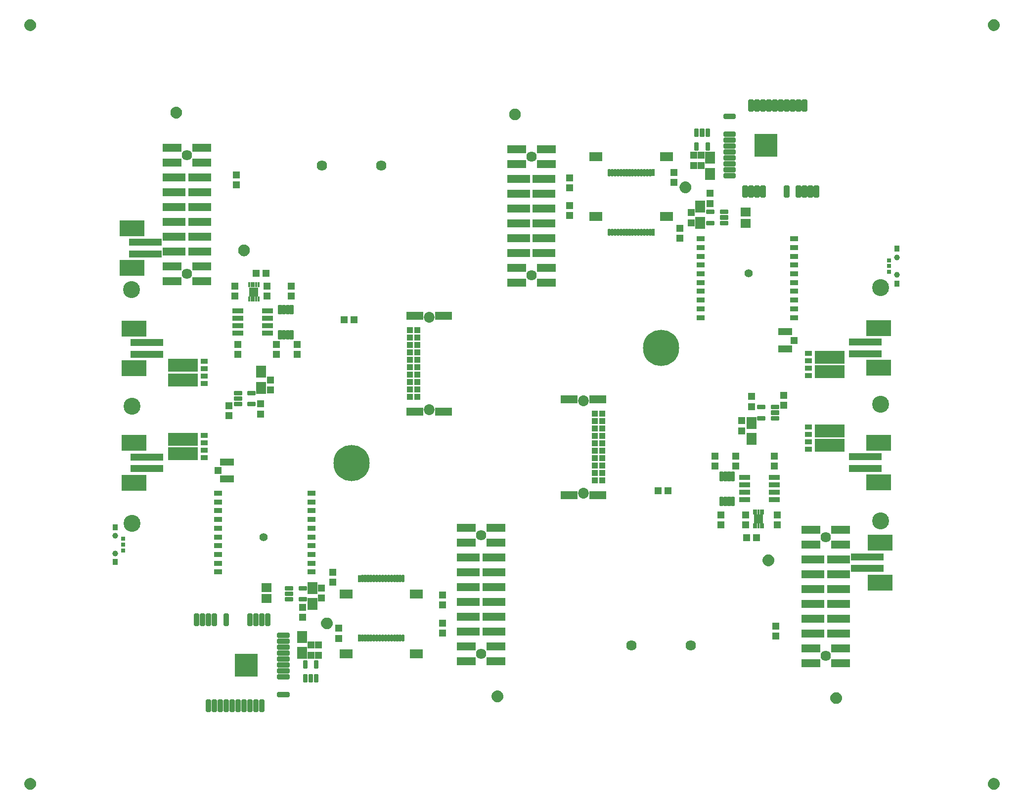
<source format=gbr>
G04 EAGLE Gerber RS-274X export*
G75*
%MOMM*%
%FSLAX34Y34*%
%LPD*%
%INSoldermask Top*%
%IPPOS*%
%AMOC8*
5,1,8,0,0,1.08239X$1,22.5*%
G01*
%ADD10C,2.903200*%
%ADD11R,3.203200X1.473200*%
%ADD12R,3.883200X1.473200*%
%ADD13C,1.783200*%
%ADD14C,0.550950*%
%ADD15R,3.903200X3.903200*%
%ADD16R,1.473200X0.838200*%
%ADD17C,1.403200*%
%ADD18C,0.446819*%
%ADD19R,1.703200X2.153200*%
%ADD20R,1.283200X1.253200*%
%ADD21R,1.983200X0.923200*%
%ADD22R,1.203200X1.303200*%
%ADD23C,0.403156*%
%ADD24R,1.303200X1.203200*%
%ADD25R,0.903200X1.103200*%
%ADD26R,0.803200X0.803200*%
%ADD27C,1.003200*%
%ADD28R,5.054600X2.286000*%
%ADD29R,1.193800X0.965200*%
%ADD30R,5.703200X1.203200*%
%ADD31R,4.203200X2.803200*%
%ADD32C,0.322047*%
%ADD33R,0.503200X1.203200*%
%ADD34R,2.203200X1.503200*%
%ADD35R,1.003200X1.003200*%
%ADD36R,2.903200X1.403200*%
%ADD37C,1.853200*%
%ADD38R,0.403200X0.853200*%
%ADD39R,1.603200X1.503200*%
%ADD40R,2.403200X1.253200*%
%ADD41R,1.203200X1.253200*%
%ADD42R,1.703200X1.503200*%
%ADD43C,0.500000*%
%ADD44C,1.203200*%
%ADD45C,6.203200*%


D10*
X234236Y506700D03*
X234236Y706660D03*
X233736Y906700D03*
X1515764Y910300D03*
X1515764Y710340D03*
X1516264Y510300D03*
D11*
X353400Y921400D03*
X353400Y946800D03*
D12*
X350000Y972200D03*
X350000Y997600D03*
X350000Y1023000D03*
X350000Y1048400D03*
X350000Y1073800D03*
X350000Y1099200D03*
D11*
X353400Y1124600D03*
X353400Y1150000D03*
X302600Y1150000D03*
X302600Y1124600D03*
D12*
X306000Y1099200D03*
X306000Y1073800D03*
X306000Y1048400D03*
X306000Y1023000D03*
X306000Y997600D03*
X306000Y972200D03*
D11*
X302600Y946800D03*
X302600Y921400D03*
D13*
X328000Y934100D03*
X328000Y1137300D03*
D11*
X806600Y498600D03*
X806600Y473200D03*
D12*
X810000Y447800D03*
X810000Y422400D03*
X810000Y397000D03*
X810000Y371600D03*
X810000Y346200D03*
X810000Y320800D03*
D11*
X806600Y295400D03*
X806600Y270000D03*
X857400Y270000D03*
X857400Y295400D03*
D12*
X854000Y320800D03*
X854000Y346200D03*
X854000Y371600D03*
X854000Y397000D03*
X854000Y422400D03*
X854000Y447800D03*
D11*
X857400Y473200D03*
X857400Y498600D03*
D13*
X832000Y485900D03*
X832000Y282700D03*
D14*
X467965Y333825D02*
X467965Y349347D01*
X467965Y333825D02*
X464443Y333825D01*
X464443Y349347D01*
X467965Y349347D01*
X467965Y339059D02*
X464443Y339059D01*
X464443Y344293D02*
X467965Y344293D01*
X457805Y202047D02*
X457805Y186525D01*
X454283Y186525D01*
X454283Y202047D01*
X457805Y202047D01*
X457805Y191759D02*
X454283Y191759D01*
X454283Y196993D02*
X457805Y196993D01*
X447645Y202047D02*
X447645Y186525D01*
X444123Y186525D01*
X444123Y202047D01*
X447645Y202047D01*
X447645Y191759D02*
X444123Y191759D01*
X444123Y196993D02*
X447645Y196993D01*
X437485Y202047D02*
X437485Y186525D01*
X433963Y186525D01*
X433963Y202047D01*
X437485Y202047D01*
X437485Y191759D02*
X433963Y191759D01*
X433963Y196993D02*
X437485Y196993D01*
X427325Y202047D02*
X427325Y186525D01*
X423803Y186525D01*
X423803Y202047D01*
X427325Y202047D01*
X427325Y191759D02*
X423803Y191759D01*
X423803Y196993D02*
X427325Y196993D01*
X417165Y202047D02*
X417165Y186525D01*
X413643Y186525D01*
X413643Y202047D01*
X417165Y202047D01*
X417165Y191759D02*
X413643Y191759D01*
X413643Y196993D02*
X417165Y196993D01*
X407005Y202047D02*
X407005Y186525D01*
X403483Y186525D01*
X403483Y202047D01*
X407005Y202047D01*
X407005Y191759D02*
X403483Y191759D01*
X403483Y196993D02*
X407005Y196993D01*
X396845Y202047D02*
X396845Y186525D01*
X393323Y186525D01*
X393323Y202047D01*
X396845Y202047D01*
X396845Y191759D02*
X393323Y191759D01*
X393323Y196993D02*
X396845Y196993D01*
X386685Y202047D02*
X386685Y186525D01*
X383163Y186525D01*
X383163Y202047D01*
X386685Y202047D01*
X386685Y191759D02*
X383163Y191759D01*
X383163Y196993D02*
X386685Y196993D01*
X376525Y202047D02*
X376525Y186525D01*
X373003Y186525D01*
X373003Y202047D01*
X376525Y202047D01*
X376525Y191759D02*
X373003Y191759D01*
X373003Y196993D02*
X376525Y196993D01*
X366365Y202047D02*
X366365Y186525D01*
X362843Y186525D01*
X362843Y202047D01*
X366365Y202047D01*
X366365Y191759D02*
X362843Y191759D01*
X362843Y196993D02*
X366365Y196993D01*
X457805Y333825D02*
X457805Y349347D01*
X457805Y333825D02*
X454283Y333825D01*
X454283Y349347D01*
X457805Y349347D01*
X457805Y339059D02*
X454283Y339059D01*
X454283Y344293D02*
X457805Y344293D01*
X447645Y349347D02*
X447645Y333825D01*
X444123Y333825D01*
X444123Y349347D01*
X447645Y349347D01*
X447645Y339059D02*
X444123Y339059D01*
X444123Y344293D02*
X447645Y344293D01*
X437485Y349347D02*
X437485Y333825D01*
X433963Y333825D01*
X433963Y349347D01*
X437485Y349347D01*
X437485Y339059D02*
X433963Y339059D01*
X433963Y344293D02*
X437485Y344293D01*
X396845Y349347D02*
X396845Y333825D01*
X393323Y333825D01*
X393323Y349347D01*
X396845Y349347D01*
X396845Y339059D02*
X393323Y339059D01*
X393323Y344293D02*
X396845Y344293D01*
X376525Y349347D02*
X376525Y333825D01*
X373003Y333825D01*
X373003Y349347D01*
X376525Y349347D01*
X376525Y339059D02*
X373003Y339059D01*
X373003Y344293D02*
X376525Y344293D01*
X366365Y349347D02*
X366365Y333825D01*
X362843Y333825D01*
X362843Y349347D01*
X366365Y349347D01*
X366365Y339059D02*
X362843Y339059D01*
X362843Y344293D02*
X366365Y344293D01*
X356205Y349347D02*
X356205Y333825D01*
X352683Y333825D01*
X352683Y349347D01*
X356205Y349347D01*
X356205Y339059D02*
X352683Y339059D01*
X352683Y344293D02*
X356205Y344293D01*
X346045Y349347D02*
X346045Y333825D01*
X342523Y333825D01*
X342523Y349347D01*
X346045Y349347D01*
X346045Y339059D02*
X342523Y339059D01*
X342523Y344293D02*
X346045Y344293D01*
X485143Y215047D02*
X500665Y215047D01*
X500665Y211525D01*
X485143Y211525D01*
X485143Y215047D01*
X485143Y245527D02*
X500665Y245527D01*
X500665Y242005D01*
X485143Y242005D01*
X485143Y245527D01*
X485143Y255687D02*
X500665Y255687D01*
X500665Y252165D01*
X485143Y252165D01*
X485143Y255687D01*
X485143Y265847D02*
X500665Y265847D01*
X500665Y262325D01*
X485143Y262325D01*
X485143Y265847D01*
X485143Y276007D02*
X500665Y276007D01*
X500665Y272485D01*
X485143Y272485D01*
X485143Y276007D01*
X485143Y286167D02*
X500665Y286167D01*
X500665Y282645D01*
X485143Y282645D01*
X485143Y286167D01*
X485143Y296327D02*
X500665Y296327D01*
X500665Y292805D01*
X485143Y292805D01*
X485143Y296327D01*
X485143Y306487D02*
X500665Y306487D01*
X500665Y302965D01*
X485143Y302965D01*
X485143Y306487D01*
X485143Y316647D02*
X500665Y316647D01*
X500665Y313125D01*
X485143Y313125D01*
X485143Y316647D01*
D15*
X430204Y263086D03*
D16*
X541740Y423012D03*
X541740Y438012D03*
X541740Y453012D03*
X541740Y468012D03*
X541740Y483012D03*
X541740Y498012D03*
X541740Y513012D03*
X541740Y528012D03*
X541740Y543012D03*
X541740Y558012D03*
X381740Y558012D03*
X381740Y543012D03*
X381740Y528012D03*
X381740Y513012D03*
X381740Y498012D03*
X381740Y483012D03*
X381740Y468012D03*
X381740Y453012D03*
X381740Y438012D03*
X381740Y423012D03*
D17*
X459740Y482512D03*
D18*
X497423Y393756D02*
X507605Y393756D01*
X497423Y393756D02*
X497423Y397412D01*
X507605Y397412D01*
X507605Y393756D01*
X507605Y384256D02*
X497423Y384256D01*
X497423Y387912D01*
X507605Y387912D01*
X507605Y384256D01*
X507605Y374756D02*
X497423Y374756D01*
X497423Y378412D01*
X507605Y378412D01*
X507605Y374756D01*
X520923Y374756D02*
X531105Y374756D01*
X520923Y374756D02*
X520923Y378412D01*
X531105Y378412D01*
X531105Y374756D01*
X531105Y393756D02*
X520923Y393756D01*
X520923Y397412D01*
X531105Y397412D01*
X531105Y393756D01*
X532232Y246277D02*
X532232Y236095D01*
X528576Y236095D01*
X528576Y246277D01*
X532232Y246277D01*
X532232Y240340D02*
X528576Y240340D01*
X528576Y244585D02*
X532232Y244585D01*
X541732Y246277D02*
X541732Y236095D01*
X538076Y236095D01*
X538076Y246277D01*
X541732Y246277D01*
X541732Y240340D02*
X538076Y240340D01*
X538076Y244585D02*
X541732Y244585D01*
X551232Y246277D02*
X551232Y236095D01*
X547576Y236095D01*
X547576Y246277D01*
X551232Y246277D01*
X551232Y240340D02*
X547576Y240340D01*
X547576Y244585D02*
X551232Y244585D01*
X551232Y259595D02*
X551232Y269777D01*
X551232Y259595D02*
X547576Y259595D01*
X547576Y269777D01*
X551232Y269777D01*
X551232Y263840D02*
X547576Y263840D01*
X547576Y268085D02*
X551232Y268085D01*
X532232Y269777D02*
X532232Y259595D01*
X528576Y259595D01*
X528576Y269777D01*
X532232Y269777D01*
X532232Y263840D02*
X528576Y263840D01*
X528576Y268085D02*
X532232Y268085D01*
D19*
X525904Y284186D03*
X525904Y311686D03*
X543264Y395834D03*
X543264Y368334D03*
D20*
X553904Y280186D03*
X553904Y297686D03*
X526264Y362834D03*
X526264Y345334D03*
X540904Y280186D03*
X540904Y297686D03*
X558264Y395834D03*
X558264Y378334D03*
D21*
X466652Y832250D03*
X415788Y832250D03*
X466652Y844950D03*
X466652Y857650D03*
X415788Y844950D03*
X415788Y857650D03*
X466652Y870350D03*
X415788Y870350D03*
D22*
X517420Y795810D03*
X517420Y812810D03*
X481860Y795810D03*
X481860Y812810D03*
D23*
X488809Y823741D02*
X488809Y835859D01*
X488809Y823741D02*
X485891Y823741D01*
X485891Y835859D01*
X488809Y835859D01*
X488809Y827571D02*
X485891Y827571D01*
X485891Y831401D02*
X488809Y831401D01*
X488809Y835231D02*
X485891Y835231D01*
X495309Y835859D02*
X495309Y823741D01*
X492391Y823741D01*
X492391Y835859D01*
X495309Y835859D01*
X495309Y827571D02*
X492391Y827571D01*
X492391Y831401D02*
X495309Y831401D01*
X495309Y835231D02*
X492391Y835231D01*
X501809Y835859D02*
X501809Y823741D01*
X498891Y823741D01*
X498891Y835859D01*
X501809Y835859D01*
X501809Y827571D02*
X498891Y827571D01*
X498891Y831401D02*
X501809Y831401D01*
X501809Y835231D02*
X498891Y835231D01*
X508309Y835859D02*
X508309Y823741D01*
X505391Y823741D01*
X505391Y835859D01*
X508309Y835859D01*
X508309Y827571D02*
X505391Y827571D01*
X505391Y831401D02*
X508309Y831401D01*
X508309Y835231D02*
X505391Y835231D01*
X508309Y866741D02*
X508309Y878859D01*
X508309Y866741D02*
X505391Y866741D01*
X505391Y878859D01*
X508309Y878859D01*
X508309Y870571D02*
X505391Y870571D01*
X505391Y874401D02*
X508309Y874401D01*
X508309Y878231D02*
X505391Y878231D01*
X501809Y878859D02*
X501809Y866741D01*
X498891Y866741D01*
X498891Y878859D01*
X501809Y878859D01*
X501809Y870571D02*
X498891Y870571D01*
X498891Y874401D02*
X501809Y874401D01*
X501809Y878231D02*
X498891Y878231D01*
X495309Y878859D02*
X495309Y866741D01*
X492391Y866741D01*
X492391Y878859D01*
X495309Y878859D01*
X495309Y870571D02*
X492391Y870571D01*
X492391Y874401D02*
X495309Y874401D01*
X495309Y878231D02*
X492391Y878231D01*
X488809Y878859D02*
X488809Y866741D01*
X485891Y866741D01*
X485891Y878859D01*
X488809Y878859D01*
X488809Y870571D02*
X485891Y870571D01*
X485891Y874401D02*
X488809Y874401D01*
X488809Y878231D02*
X485891Y878231D01*
D22*
X507260Y896140D03*
X507260Y913140D03*
X415820Y812810D03*
X415820Y795810D03*
X410740Y896140D03*
X410740Y913140D03*
X465350Y913140D03*
X465350Y896140D03*
D24*
X446690Y935120D03*
X463690Y935120D03*
D18*
X420333Y728192D02*
X410151Y728192D01*
X410151Y731848D01*
X420333Y731848D01*
X420333Y728192D01*
X420333Y718692D02*
X410151Y718692D01*
X410151Y722348D01*
X420333Y722348D01*
X420333Y718692D01*
X420333Y709192D02*
X410151Y709192D01*
X410151Y712848D01*
X420333Y712848D01*
X420333Y709192D01*
X433651Y709192D02*
X443833Y709192D01*
X433651Y709192D02*
X433651Y712848D01*
X443833Y712848D01*
X443833Y709192D01*
X443833Y728192D02*
X433651Y728192D01*
X433651Y731848D01*
X443833Y731848D01*
X443833Y728192D01*
D19*
X455016Y738594D03*
X455016Y766094D03*
D20*
X454636Y710846D03*
X454636Y693346D03*
X471364Y734578D03*
X471364Y752078D03*
D25*
X205824Y499936D03*
X205824Y439936D03*
D26*
X219374Y469936D03*
X219374Y479936D03*
X219374Y459936D03*
D27*
X205824Y484936D03*
X205824Y454936D03*
D22*
X400184Y691060D03*
X400184Y708060D03*
D28*
X321167Y625798D03*
X321167Y650690D03*
D29*
X357743Y631894D03*
X357743Y619194D03*
X357743Y644594D03*
X357743Y657294D03*
D28*
X321167Y752186D03*
X321167Y777078D03*
D29*
X357743Y758282D03*
X357743Y745582D03*
X357743Y770982D03*
X357743Y783682D03*
D30*
X260000Y816260D03*
X260000Y796260D03*
D31*
X237500Y840260D03*
X237500Y772260D03*
D30*
X260000Y620000D03*
X260000Y600000D03*
D31*
X237500Y644000D03*
X237500Y576000D03*
D32*
X657642Y305410D02*
X659454Y305410D01*
X657642Y305410D02*
X657642Y314222D01*
X659454Y314222D01*
X659454Y305410D01*
X659454Y308469D02*
X657642Y308469D01*
X657642Y311528D02*
X659454Y311528D01*
X662642Y305410D02*
X664454Y305410D01*
X662642Y305410D02*
X662642Y314222D01*
X664454Y314222D01*
X664454Y305410D01*
X664454Y308469D02*
X662642Y308469D01*
X662642Y311528D02*
X664454Y311528D01*
X654454Y305410D02*
X652642Y305410D01*
X652642Y314222D01*
X654454Y314222D01*
X654454Y305410D01*
X654454Y308469D02*
X652642Y308469D01*
X652642Y311528D02*
X654454Y311528D01*
X649454Y305410D02*
X647642Y305410D01*
X647642Y314222D01*
X649454Y314222D01*
X649454Y305410D01*
X649454Y308469D02*
X647642Y308469D01*
X647642Y311528D02*
X649454Y311528D01*
X644454Y305410D02*
X642642Y305410D01*
X642642Y314222D01*
X644454Y314222D01*
X644454Y305410D01*
X644454Y308469D02*
X642642Y308469D01*
X642642Y311528D02*
X644454Y311528D01*
X639454Y305410D02*
X637642Y305410D01*
X637642Y314222D01*
X639454Y314222D01*
X639454Y305410D01*
X639454Y308469D02*
X637642Y308469D01*
X637642Y311528D02*
X639454Y311528D01*
X634454Y305410D02*
X632642Y305410D01*
X632642Y314222D01*
X634454Y314222D01*
X634454Y305410D01*
X634454Y308469D02*
X632642Y308469D01*
X632642Y311528D02*
X634454Y311528D01*
X629454Y305410D02*
X627642Y305410D01*
X627642Y314222D01*
X629454Y314222D01*
X629454Y305410D01*
X629454Y308469D02*
X627642Y308469D01*
X627642Y311528D02*
X629454Y311528D01*
D33*
X623548Y309816D03*
D32*
X667642Y305410D02*
X669454Y305410D01*
X667642Y305410D02*
X667642Y314222D01*
X669454Y314222D01*
X669454Y305410D01*
X669454Y308469D02*
X667642Y308469D01*
X667642Y311528D02*
X669454Y311528D01*
X672642Y305410D02*
X674454Y305410D01*
X672642Y305410D02*
X672642Y314222D01*
X674454Y314222D01*
X674454Y305410D01*
X674454Y308469D02*
X672642Y308469D01*
X672642Y311528D02*
X674454Y311528D01*
X677642Y305410D02*
X679454Y305410D01*
X677642Y305410D02*
X677642Y314222D01*
X679454Y314222D01*
X679454Y305410D01*
X679454Y308469D02*
X677642Y308469D01*
X677642Y311528D02*
X679454Y311528D01*
X682642Y305410D02*
X684454Y305410D01*
X682642Y305410D02*
X682642Y314222D01*
X684454Y314222D01*
X684454Y305410D01*
X684454Y308469D02*
X682642Y308469D01*
X682642Y311528D02*
X684454Y311528D01*
X687642Y305410D02*
X689454Y305410D01*
X687642Y305410D02*
X687642Y314222D01*
X689454Y314222D01*
X689454Y305410D01*
X689454Y308469D02*
X687642Y308469D01*
X687642Y311528D02*
X689454Y311528D01*
X692642Y305410D02*
X694454Y305410D01*
X692642Y305410D02*
X692642Y314222D01*
X694454Y314222D01*
X694454Y305410D01*
X694454Y308469D02*
X692642Y308469D01*
X692642Y311528D02*
X694454Y311528D01*
X697642Y305410D02*
X699454Y305410D01*
X697642Y305410D02*
X697642Y314222D01*
X699454Y314222D01*
X699454Y305410D01*
X699454Y308469D02*
X697642Y308469D01*
X697642Y311528D02*
X699454Y311528D01*
D34*
X721548Y282816D03*
X600548Y282816D03*
D32*
X657642Y407518D02*
X659454Y407518D01*
X657642Y407518D02*
X657642Y416330D01*
X659454Y416330D01*
X659454Y407518D01*
X659454Y410577D02*
X657642Y410577D01*
X657642Y413636D02*
X659454Y413636D01*
X662642Y407518D02*
X664454Y407518D01*
X662642Y407518D02*
X662642Y416330D01*
X664454Y416330D01*
X664454Y407518D01*
X664454Y410577D02*
X662642Y410577D01*
X662642Y413636D02*
X664454Y413636D01*
X654454Y407518D02*
X652642Y407518D01*
X652642Y416330D01*
X654454Y416330D01*
X654454Y407518D01*
X654454Y410577D02*
X652642Y410577D01*
X652642Y413636D02*
X654454Y413636D01*
X649454Y407518D02*
X647642Y407518D01*
X647642Y416330D01*
X649454Y416330D01*
X649454Y407518D01*
X649454Y410577D02*
X647642Y410577D01*
X647642Y413636D02*
X649454Y413636D01*
X644454Y407518D02*
X642642Y407518D01*
X642642Y416330D01*
X644454Y416330D01*
X644454Y407518D01*
X644454Y410577D02*
X642642Y410577D01*
X642642Y413636D02*
X644454Y413636D01*
X639454Y407518D02*
X637642Y407518D01*
X637642Y416330D01*
X639454Y416330D01*
X639454Y407518D01*
X639454Y410577D02*
X637642Y410577D01*
X637642Y413636D02*
X639454Y413636D01*
X634454Y407518D02*
X632642Y407518D01*
X632642Y416330D01*
X634454Y416330D01*
X634454Y407518D01*
X634454Y410577D02*
X632642Y410577D01*
X632642Y413636D02*
X634454Y413636D01*
X629454Y407518D02*
X627642Y407518D01*
X627642Y416330D01*
X629454Y416330D01*
X629454Y407518D01*
X629454Y410577D02*
X627642Y410577D01*
X627642Y413636D02*
X629454Y413636D01*
D33*
X623548Y411924D03*
D32*
X667642Y407518D02*
X669454Y407518D01*
X667642Y407518D02*
X667642Y416330D01*
X669454Y416330D01*
X669454Y407518D01*
X669454Y410577D02*
X667642Y410577D01*
X667642Y413636D02*
X669454Y413636D01*
X672642Y407518D02*
X674454Y407518D01*
X672642Y407518D02*
X672642Y416330D01*
X674454Y416330D01*
X674454Y407518D01*
X674454Y410577D02*
X672642Y410577D01*
X672642Y413636D02*
X674454Y413636D01*
X677642Y407518D02*
X679454Y407518D01*
X677642Y407518D02*
X677642Y416330D01*
X679454Y416330D01*
X679454Y407518D01*
X679454Y410577D02*
X677642Y410577D01*
X677642Y413636D02*
X679454Y413636D01*
X682642Y407518D02*
X684454Y407518D01*
X682642Y407518D02*
X682642Y416330D01*
X684454Y416330D01*
X684454Y407518D01*
X684454Y410577D02*
X682642Y410577D01*
X682642Y413636D02*
X684454Y413636D01*
X687642Y407518D02*
X689454Y407518D01*
X687642Y407518D02*
X687642Y416330D01*
X689454Y416330D01*
X689454Y407518D01*
X689454Y410577D02*
X687642Y410577D01*
X687642Y413636D02*
X689454Y413636D01*
X692642Y407518D02*
X694454Y407518D01*
X692642Y407518D02*
X692642Y416330D01*
X694454Y416330D01*
X694454Y407518D01*
X694454Y410577D02*
X692642Y410577D01*
X692642Y413636D02*
X694454Y413636D01*
X697642Y407518D02*
X699454Y407518D01*
X697642Y407518D02*
X697642Y416330D01*
X699454Y416330D01*
X699454Y407518D01*
X699454Y410577D02*
X697642Y410577D01*
X697642Y413636D02*
X699454Y413636D01*
D34*
X721548Y384924D03*
X600548Y384924D03*
D35*
X710300Y722850D03*
X710300Y735550D03*
X710300Y748250D03*
X710300Y760950D03*
X710300Y773650D03*
X710300Y786350D03*
X710300Y799050D03*
X710300Y811750D03*
X710300Y824450D03*
X710300Y837150D03*
X723000Y837150D03*
X723000Y824450D03*
X723000Y811750D03*
X723000Y799050D03*
X723000Y786350D03*
X723000Y773650D03*
X723000Y760950D03*
X723000Y748250D03*
X723000Y735550D03*
X723000Y722850D03*
D36*
X767500Y697900D03*
X767500Y862100D03*
X718500Y862100D03*
X718500Y697900D03*
D37*
X743000Y700750D03*
X743000Y859250D03*
D38*
X435000Y890750D03*
X439000Y890750D03*
X443000Y890750D03*
X447000Y890750D03*
X451000Y890750D03*
X451000Y915250D03*
X447000Y915250D03*
X443000Y915250D03*
X439000Y915250D03*
X435000Y915250D03*
D39*
X443000Y903000D03*
D40*
X397000Y611750D03*
X397000Y582250D03*
D41*
X381750Y597000D03*
D42*
X465000Y377500D03*
X465000Y396500D03*
D22*
X588000Y326500D03*
X588000Y309500D03*
X578000Y422500D03*
X578000Y405500D03*
X413000Y1086500D03*
X413000Y1103500D03*
X766000Y366500D03*
X766000Y383500D03*
X766000Y335500D03*
X766000Y318500D03*
D13*
X559200Y1119590D03*
X660800Y1119590D03*
D43*
X852500Y210000D02*
X852502Y209819D01*
X852509Y209638D01*
X852520Y209457D01*
X852535Y209276D01*
X852555Y209096D01*
X852579Y208916D01*
X852607Y208737D01*
X852640Y208559D01*
X852677Y208382D01*
X852718Y208205D01*
X852763Y208030D01*
X852813Y207855D01*
X852867Y207682D01*
X852925Y207511D01*
X852987Y207340D01*
X853054Y207172D01*
X853124Y207005D01*
X853198Y206839D01*
X853277Y206676D01*
X853359Y206515D01*
X853445Y206355D01*
X853535Y206198D01*
X853629Y206043D01*
X853726Y205890D01*
X853828Y205740D01*
X853932Y205592D01*
X854041Y205446D01*
X854152Y205304D01*
X854268Y205164D01*
X854386Y205027D01*
X854508Y204892D01*
X854633Y204761D01*
X854761Y204633D01*
X854892Y204508D01*
X855027Y204386D01*
X855164Y204268D01*
X855304Y204152D01*
X855446Y204041D01*
X855592Y203932D01*
X855740Y203828D01*
X855890Y203726D01*
X856043Y203629D01*
X856198Y203535D01*
X856355Y203445D01*
X856515Y203359D01*
X856676Y203277D01*
X856839Y203198D01*
X857005Y203124D01*
X857172Y203054D01*
X857340Y202987D01*
X857511Y202925D01*
X857682Y202867D01*
X857855Y202813D01*
X858030Y202763D01*
X858205Y202718D01*
X858382Y202677D01*
X858559Y202640D01*
X858737Y202607D01*
X858916Y202579D01*
X859096Y202555D01*
X859276Y202535D01*
X859457Y202520D01*
X859638Y202509D01*
X859819Y202502D01*
X860000Y202500D01*
X852500Y210000D02*
X852502Y210181D01*
X852509Y210362D01*
X852520Y210543D01*
X852535Y210724D01*
X852555Y210904D01*
X852579Y211084D01*
X852607Y211263D01*
X852640Y211441D01*
X852677Y211618D01*
X852718Y211795D01*
X852763Y211970D01*
X852813Y212145D01*
X852867Y212318D01*
X852925Y212489D01*
X852987Y212660D01*
X853054Y212828D01*
X853124Y212995D01*
X853198Y213161D01*
X853277Y213324D01*
X853359Y213485D01*
X853445Y213645D01*
X853535Y213802D01*
X853629Y213957D01*
X853726Y214110D01*
X853828Y214260D01*
X853932Y214408D01*
X854041Y214554D01*
X854152Y214696D01*
X854268Y214836D01*
X854386Y214973D01*
X854508Y215108D01*
X854633Y215239D01*
X854761Y215367D01*
X854892Y215492D01*
X855027Y215614D01*
X855164Y215732D01*
X855304Y215848D01*
X855446Y215959D01*
X855592Y216068D01*
X855740Y216172D01*
X855890Y216274D01*
X856043Y216371D01*
X856198Y216465D01*
X856355Y216555D01*
X856515Y216641D01*
X856676Y216723D01*
X856839Y216802D01*
X857005Y216876D01*
X857172Y216946D01*
X857340Y217013D01*
X857511Y217075D01*
X857682Y217133D01*
X857855Y217187D01*
X858030Y217237D01*
X858205Y217282D01*
X858382Y217323D01*
X858559Y217360D01*
X858737Y217393D01*
X858916Y217421D01*
X859096Y217445D01*
X859276Y217465D01*
X859457Y217480D01*
X859638Y217491D01*
X859819Y217498D01*
X860000Y217500D01*
X860181Y217498D01*
X860362Y217491D01*
X860543Y217480D01*
X860724Y217465D01*
X860904Y217445D01*
X861084Y217421D01*
X861263Y217393D01*
X861441Y217360D01*
X861618Y217323D01*
X861795Y217282D01*
X861970Y217237D01*
X862145Y217187D01*
X862318Y217133D01*
X862489Y217075D01*
X862660Y217013D01*
X862828Y216946D01*
X862995Y216876D01*
X863161Y216802D01*
X863324Y216723D01*
X863485Y216641D01*
X863645Y216555D01*
X863802Y216465D01*
X863957Y216371D01*
X864110Y216274D01*
X864260Y216172D01*
X864408Y216068D01*
X864554Y215959D01*
X864696Y215848D01*
X864836Y215732D01*
X864973Y215614D01*
X865108Y215492D01*
X865239Y215367D01*
X865367Y215239D01*
X865492Y215108D01*
X865614Y214973D01*
X865732Y214836D01*
X865848Y214696D01*
X865959Y214554D01*
X866068Y214408D01*
X866172Y214260D01*
X866274Y214110D01*
X866371Y213957D01*
X866465Y213802D01*
X866555Y213645D01*
X866641Y213485D01*
X866723Y213324D01*
X866802Y213161D01*
X866876Y212995D01*
X866946Y212828D01*
X867013Y212660D01*
X867075Y212489D01*
X867133Y212318D01*
X867187Y212145D01*
X867237Y211970D01*
X867282Y211795D01*
X867323Y211618D01*
X867360Y211441D01*
X867393Y211263D01*
X867421Y211084D01*
X867445Y210904D01*
X867465Y210724D01*
X867480Y210543D01*
X867491Y210362D01*
X867498Y210181D01*
X867500Y210000D01*
X867498Y209819D01*
X867491Y209638D01*
X867480Y209457D01*
X867465Y209276D01*
X867445Y209096D01*
X867421Y208916D01*
X867393Y208737D01*
X867360Y208559D01*
X867323Y208382D01*
X867282Y208205D01*
X867237Y208030D01*
X867187Y207855D01*
X867133Y207682D01*
X867075Y207511D01*
X867013Y207340D01*
X866946Y207172D01*
X866876Y207005D01*
X866802Y206839D01*
X866723Y206676D01*
X866641Y206515D01*
X866555Y206355D01*
X866465Y206198D01*
X866371Y206043D01*
X866274Y205890D01*
X866172Y205740D01*
X866068Y205592D01*
X865959Y205446D01*
X865848Y205304D01*
X865732Y205164D01*
X865614Y205027D01*
X865492Y204892D01*
X865367Y204761D01*
X865239Y204633D01*
X865108Y204508D01*
X864973Y204386D01*
X864836Y204268D01*
X864696Y204152D01*
X864554Y204041D01*
X864408Y203932D01*
X864260Y203828D01*
X864110Y203726D01*
X863957Y203629D01*
X863802Y203535D01*
X863645Y203445D01*
X863485Y203359D01*
X863324Y203277D01*
X863161Y203198D01*
X862995Y203124D01*
X862828Y203054D01*
X862660Y202987D01*
X862489Y202925D01*
X862318Y202867D01*
X862145Y202813D01*
X861970Y202763D01*
X861795Y202718D01*
X861618Y202677D01*
X861441Y202640D01*
X861263Y202607D01*
X861084Y202579D01*
X860904Y202555D01*
X860724Y202535D01*
X860543Y202520D01*
X860362Y202509D01*
X860181Y202502D01*
X860000Y202500D01*
D44*
X860000Y210000D03*
D43*
X310000Y1202500D02*
X309819Y1202502D01*
X309638Y1202509D01*
X309457Y1202520D01*
X309276Y1202535D01*
X309096Y1202555D01*
X308916Y1202579D01*
X308737Y1202607D01*
X308559Y1202640D01*
X308382Y1202677D01*
X308205Y1202718D01*
X308030Y1202763D01*
X307855Y1202813D01*
X307682Y1202867D01*
X307511Y1202925D01*
X307340Y1202987D01*
X307172Y1203054D01*
X307005Y1203124D01*
X306839Y1203198D01*
X306676Y1203277D01*
X306515Y1203359D01*
X306355Y1203445D01*
X306198Y1203535D01*
X306043Y1203629D01*
X305890Y1203726D01*
X305740Y1203828D01*
X305592Y1203932D01*
X305446Y1204041D01*
X305304Y1204152D01*
X305164Y1204268D01*
X305027Y1204386D01*
X304892Y1204508D01*
X304761Y1204633D01*
X304633Y1204761D01*
X304508Y1204892D01*
X304386Y1205027D01*
X304268Y1205164D01*
X304152Y1205304D01*
X304041Y1205446D01*
X303932Y1205592D01*
X303828Y1205740D01*
X303726Y1205890D01*
X303629Y1206043D01*
X303535Y1206198D01*
X303445Y1206355D01*
X303359Y1206515D01*
X303277Y1206676D01*
X303198Y1206839D01*
X303124Y1207005D01*
X303054Y1207172D01*
X302987Y1207340D01*
X302925Y1207511D01*
X302867Y1207682D01*
X302813Y1207855D01*
X302763Y1208030D01*
X302718Y1208205D01*
X302677Y1208382D01*
X302640Y1208559D01*
X302607Y1208737D01*
X302579Y1208916D01*
X302555Y1209096D01*
X302535Y1209276D01*
X302520Y1209457D01*
X302509Y1209638D01*
X302502Y1209819D01*
X302500Y1210000D01*
X302502Y1210181D01*
X302509Y1210362D01*
X302520Y1210543D01*
X302535Y1210724D01*
X302555Y1210904D01*
X302579Y1211084D01*
X302607Y1211263D01*
X302640Y1211441D01*
X302677Y1211618D01*
X302718Y1211795D01*
X302763Y1211970D01*
X302813Y1212145D01*
X302867Y1212318D01*
X302925Y1212489D01*
X302987Y1212660D01*
X303054Y1212828D01*
X303124Y1212995D01*
X303198Y1213161D01*
X303277Y1213324D01*
X303359Y1213485D01*
X303445Y1213645D01*
X303535Y1213802D01*
X303629Y1213957D01*
X303726Y1214110D01*
X303828Y1214260D01*
X303932Y1214408D01*
X304041Y1214554D01*
X304152Y1214696D01*
X304268Y1214836D01*
X304386Y1214973D01*
X304508Y1215108D01*
X304633Y1215239D01*
X304761Y1215367D01*
X304892Y1215492D01*
X305027Y1215614D01*
X305164Y1215732D01*
X305304Y1215848D01*
X305446Y1215959D01*
X305592Y1216068D01*
X305740Y1216172D01*
X305890Y1216274D01*
X306043Y1216371D01*
X306198Y1216465D01*
X306355Y1216555D01*
X306515Y1216641D01*
X306676Y1216723D01*
X306839Y1216802D01*
X307005Y1216876D01*
X307172Y1216946D01*
X307340Y1217013D01*
X307511Y1217075D01*
X307682Y1217133D01*
X307855Y1217187D01*
X308030Y1217237D01*
X308205Y1217282D01*
X308382Y1217323D01*
X308559Y1217360D01*
X308737Y1217393D01*
X308916Y1217421D01*
X309096Y1217445D01*
X309276Y1217465D01*
X309457Y1217480D01*
X309638Y1217491D01*
X309819Y1217498D01*
X310000Y1217500D01*
X310181Y1217498D01*
X310362Y1217491D01*
X310543Y1217480D01*
X310724Y1217465D01*
X310904Y1217445D01*
X311084Y1217421D01*
X311263Y1217393D01*
X311441Y1217360D01*
X311618Y1217323D01*
X311795Y1217282D01*
X311970Y1217237D01*
X312145Y1217187D01*
X312318Y1217133D01*
X312489Y1217075D01*
X312660Y1217013D01*
X312828Y1216946D01*
X312995Y1216876D01*
X313161Y1216802D01*
X313324Y1216723D01*
X313485Y1216641D01*
X313645Y1216555D01*
X313802Y1216465D01*
X313957Y1216371D01*
X314110Y1216274D01*
X314260Y1216172D01*
X314408Y1216068D01*
X314554Y1215959D01*
X314696Y1215848D01*
X314836Y1215732D01*
X314973Y1215614D01*
X315108Y1215492D01*
X315239Y1215367D01*
X315367Y1215239D01*
X315492Y1215108D01*
X315614Y1214973D01*
X315732Y1214836D01*
X315848Y1214696D01*
X315959Y1214554D01*
X316068Y1214408D01*
X316172Y1214260D01*
X316274Y1214110D01*
X316371Y1213957D01*
X316465Y1213802D01*
X316555Y1213645D01*
X316641Y1213485D01*
X316723Y1213324D01*
X316802Y1213161D01*
X316876Y1212995D01*
X316946Y1212828D01*
X317013Y1212660D01*
X317075Y1212489D01*
X317133Y1212318D01*
X317187Y1212145D01*
X317237Y1211970D01*
X317282Y1211795D01*
X317323Y1211618D01*
X317360Y1211441D01*
X317393Y1211263D01*
X317421Y1211084D01*
X317445Y1210904D01*
X317465Y1210724D01*
X317480Y1210543D01*
X317491Y1210362D01*
X317498Y1210181D01*
X317500Y1210000D01*
X317498Y1209819D01*
X317491Y1209638D01*
X317480Y1209457D01*
X317465Y1209276D01*
X317445Y1209096D01*
X317421Y1208916D01*
X317393Y1208737D01*
X317360Y1208559D01*
X317323Y1208382D01*
X317282Y1208205D01*
X317237Y1208030D01*
X317187Y1207855D01*
X317133Y1207682D01*
X317075Y1207511D01*
X317013Y1207340D01*
X316946Y1207172D01*
X316876Y1207005D01*
X316802Y1206839D01*
X316723Y1206676D01*
X316641Y1206515D01*
X316555Y1206355D01*
X316465Y1206198D01*
X316371Y1206043D01*
X316274Y1205890D01*
X316172Y1205740D01*
X316068Y1205592D01*
X315959Y1205446D01*
X315848Y1205304D01*
X315732Y1205164D01*
X315614Y1205027D01*
X315492Y1204892D01*
X315367Y1204761D01*
X315239Y1204633D01*
X315108Y1204508D01*
X314973Y1204386D01*
X314836Y1204268D01*
X314696Y1204152D01*
X314554Y1204041D01*
X314408Y1203932D01*
X314260Y1203828D01*
X314110Y1203726D01*
X313957Y1203629D01*
X313802Y1203535D01*
X313645Y1203445D01*
X313485Y1203359D01*
X313324Y1203277D01*
X313161Y1203198D01*
X312995Y1203124D01*
X312828Y1203054D01*
X312660Y1202987D01*
X312489Y1202925D01*
X312318Y1202867D01*
X312145Y1202813D01*
X311970Y1202763D01*
X311795Y1202718D01*
X311618Y1202677D01*
X311441Y1202640D01*
X311263Y1202607D01*
X311084Y1202579D01*
X310904Y1202555D01*
X310724Y1202535D01*
X310543Y1202520D01*
X310362Y1202509D01*
X310181Y1202502D01*
X310000Y1202500D01*
D44*
X310000Y1210000D03*
D43*
X418500Y974000D02*
X418502Y973819D01*
X418509Y973638D01*
X418520Y973457D01*
X418535Y973276D01*
X418555Y973096D01*
X418579Y972916D01*
X418607Y972737D01*
X418640Y972559D01*
X418677Y972382D01*
X418718Y972205D01*
X418763Y972030D01*
X418813Y971855D01*
X418867Y971682D01*
X418925Y971511D01*
X418987Y971340D01*
X419054Y971172D01*
X419124Y971005D01*
X419198Y970839D01*
X419277Y970676D01*
X419359Y970515D01*
X419445Y970355D01*
X419535Y970198D01*
X419629Y970043D01*
X419726Y969890D01*
X419828Y969740D01*
X419932Y969592D01*
X420041Y969446D01*
X420152Y969304D01*
X420268Y969164D01*
X420386Y969027D01*
X420508Y968892D01*
X420633Y968761D01*
X420761Y968633D01*
X420892Y968508D01*
X421027Y968386D01*
X421164Y968268D01*
X421304Y968152D01*
X421446Y968041D01*
X421592Y967932D01*
X421740Y967828D01*
X421890Y967726D01*
X422043Y967629D01*
X422198Y967535D01*
X422355Y967445D01*
X422515Y967359D01*
X422676Y967277D01*
X422839Y967198D01*
X423005Y967124D01*
X423172Y967054D01*
X423340Y966987D01*
X423511Y966925D01*
X423682Y966867D01*
X423855Y966813D01*
X424030Y966763D01*
X424205Y966718D01*
X424382Y966677D01*
X424559Y966640D01*
X424737Y966607D01*
X424916Y966579D01*
X425096Y966555D01*
X425276Y966535D01*
X425457Y966520D01*
X425638Y966509D01*
X425819Y966502D01*
X426000Y966500D01*
X418500Y974000D02*
X418502Y974181D01*
X418509Y974362D01*
X418520Y974543D01*
X418535Y974724D01*
X418555Y974904D01*
X418579Y975084D01*
X418607Y975263D01*
X418640Y975441D01*
X418677Y975618D01*
X418718Y975795D01*
X418763Y975970D01*
X418813Y976145D01*
X418867Y976318D01*
X418925Y976489D01*
X418987Y976660D01*
X419054Y976828D01*
X419124Y976995D01*
X419198Y977161D01*
X419277Y977324D01*
X419359Y977485D01*
X419445Y977645D01*
X419535Y977802D01*
X419629Y977957D01*
X419726Y978110D01*
X419828Y978260D01*
X419932Y978408D01*
X420041Y978554D01*
X420152Y978696D01*
X420268Y978836D01*
X420386Y978973D01*
X420508Y979108D01*
X420633Y979239D01*
X420761Y979367D01*
X420892Y979492D01*
X421027Y979614D01*
X421164Y979732D01*
X421304Y979848D01*
X421446Y979959D01*
X421592Y980068D01*
X421740Y980172D01*
X421890Y980274D01*
X422043Y980371D01*
X422198Y980465D01*
X422355Y980555D01*
X422515Y980641D01*
X422676Y980723D01*
X422839Y980802D01*
X423005Y980876D01*
X423172Y980946D01*
X423340Y981013D01*
X423511Y981075D01*
X423682Y981133D01*
X423855Y981187D01*
X424030Y981237D01*
X424205Y981282D01*
X424382Y981323D01*
X424559Y981360D01*
X424737Y981393D01*
X424916Y981421D01*
X425096Y981445D01*
X425276Y981465D01*
X425457Y981480D01*
X425638Y981491D01*
X425819Y981498D01*
X426000Y981500D01*
X426181Y981498D01*
X426362Y981491D01*
X426543Y981480D01*
X426724Y981465D01*
X426904Y981445D01*
X427084Y981421D01*
X427263Y981393D01*
X427441Y981360D01*
X427618Y981323D01*
X427795Y981282D01*
X427970Y981237D01*
X428145Y981187D01*
X428318Y981133D01*
X428489Y981075D01*
X428660Y981013D01*
X428828Y980946D01*
X428995Y980876D01*
X429161Y980802D01*
X429324Y980723D01*
X429485Y980641D01*
X429645Y980555D01*
X429802Y980465D01*
X429957Y980371D01*
X430110Y980274D01*
X430260Y980172D01*
X430408Y980068D01*
X430554Y979959D01*
X430696Y979848D01*
X430836Y979732D01*
X430973Y979614D01*
X431108Y979492D01*
X431239Y979367D01*
X431367Y979239D01*
X431492Y979108D01*
X431614Y978973D01*
X431732Y978836D01*
X431848Y978696D01*
X431959Y978554D01*
X432068Y978408D01*
X432172Y978260D01*
X432274Y978110D01*
X432371Y977957D01*
X432465Y977802D01*
X432555Y977645D01*
X432641Y977485D01*
X432723Y977324D01*
X432802Y977161D01*
X432876Y976995D01*
X432946Y976828D01*
X433013Y976660D01*
X433075Y976489D01*
X433133Y976318D01*
X433187Y976145D01*
X433237Y975970D01*
X433282Y975795D01*
X433323Y975618D01*
X433360Y975441D01*
X433393Y975263D01*
X433421Y975084D01*
X433445Y974904D01*
X433465Y974724D01*
X433480Y974543D01*
X433491Y974362D01*
X433498Y974181D01*
X433500Y974000D01*
X433498Y973819D01*
X433491Y973638D01*
X433480Y973457D01*
X433465Y973276D01*
X433445Y973096D01*
X433421Y972916D01*
X433393Y972737D01*
X433360Y972559D01*
X433323Y972382D01*
X433282Y972205D01*
X433237Y972030D01*
X433187Y971855D01*
X433133Y971682D01*
X433075Y971511D01*
X433013Y971340D01*
X432946Y971172D01*
X432876Y971005D01*
X432802Y970839D01*
X432723Y970676D01*
X432641Y970515D01*
X432555Y970355D01*
X432465Y970198D01*
X432371Y970043D01*
X432274Y969890D01*
X432172Y969740D01*
X432068Y969592D01*
X431959Y969446D01*
X431848Y969304D01*
X431732Y969164D01*
X431614Y969027D01*
X431492Y968892D01*
X431367Y968761D01*
X431239Y968633D01*
X431108Y968508D01*
X430973Y968386D01*
X430836Y968268D01*
X430696Y968152D01*
X430554Y968041D01*
X430408Y967932D01*
X430260Y967828D01*
X430110Y967726D01*
X429957Y967629D01*
X429802Y967535D01*
X429645Y967445D01*
X429485Y967359D01*
X429324Y967277D01*
X429161Y967198D01*
X428995Y967124D01*
X428828Y967054D01*
X428660Y966987D01*
X428489Y966925D01*
X428318Y966867D01*
X428145Y966813D01*
X427970Y966763D01*
X427795Y966718D01*
X427618Y966677D01*
X427441Y966640D01*
X427263Y966607D01*
X427084Y966579D01*
X426904Y966555D01*
X426724Y966535D01*
X426543Y966520D01*
X426362Y966509D01*
X426181Y966502D01*
X426000Y966500D01*
D44*
X426000Y974000D03*
D43*
X560500Y335000D02*
X560502Y334819D01*
X560509Y334638D01*
X560520Y334457D01*
X560535Y334276D01*
X560555Y334096D01*
X560579Y333916D01*
X560607Y333737D01*
X560640Y333559D01*
X560677Y333382D01*
X560718Y333205D01*
X560763Y333030D01*
X560813Y332855D01*
X560867Y332682D01*
X560925Y332511D01*
X560987Y332340D01*
X561054Y332172D01*
X561124Y332005D01*
X561198Y331839D01*
X561277Y331676D01*
X561359Y331515D01*
X561445Y331355D01*
X561535Y331198D01*
X561629Y331043D01*
X561726Y330890D01*
X561828Y330740D01*
X561932Y330592D01*
X562041Y330446D01*
X562152Y330304D01*
X562268Y330164D01*
X562386Y330027D01*
X562508Y329892D01*
X562633Y329761D01*
X562761Y329633D01*
X562892Y329508D01*
X563027Y329386D01*
X563164Y329268D01*
X563304Y329152D01*
X563446Y329041D01*
X563592Y328932D01*
X563740Y328828D01*
X563890Y328726D01*
X564043Y328629D01*
X564198Y328535D01*
X564355Y328445D01*
X564515Y328359D01*
X564676Y328277D01*
X564839Y328198D01*
X565005Y328124D01*
X565172Y328054D01*
X565340Y327987D01*
X565511Y327925D01*
X565682Y327867D01*
X565855Y327813D01*
X566030Y327763D01*
X566205Y327718D01*
X566382Y327677D01*
X566559Y327640D01*
X566737Y327607D01*
X566916Y327579D01*
X567096Y327555D01*
X567276Y327535D01*
X567457Y327520D01*
X567638Y327509D01*
X567819Y327502D01*
X568000Y327500D01*
X560500Y335000D02*
X560502Y335181D01*
X560509Y335362D01*
X560520Y335543D01*
X560535Y335724D01*
X560555Y335904D01*
X560579Y336084D01*
X560607Y336263D01*
X560640Y336441D01*
X560677Y336618D01*
X560718Y336795D01*
X560763Y336970D01*
X560813Y337145D01*
X560867Y337318D01*
X560925Y337489D01*
X560987Y337660D01*
X561054Y337828D01*
X561124Y337995D01*
X561198Y338161D01*
X561277Y338324D01*
X561359Y338485D01*
X561445Y338645D01*
X561535Y338802D01*
X561629Y338957D01*
X561726Y339110D01*
X561828Y339260D01*
X561932Y339408D01*
X562041Y339554D01*
X562152Y339696D01*
X562268Y339836D01*
X562386Y339973D01*
X562508Y340108D01*
X562633Y340239D01*
X562761Y340367D01*
X562892Y340492D01*
X563027Y340614D01*
X563164Y340732D01*
X563304Y340848D01*
X563446Y340959D01*
X563592Y341068D01*
X563740Y341172D01*
X563890Y341274D01*
X564043Y341371D01*
X564198Y341465D01*
X564355Y341555D01*
X564515Y341641D01*
X564676Y341723D01*
X564839Y341802D01*
X565005Y341876D01*
X565172Y341946D01*
X565340Y342013D01*
X565511Y342075D01*
X565682Y342133D01*
X565855Y342187D01*
X566030Y342237D01*
X566205Y342282D01*
X566382Y342323D01*
X566559Y342360D01*
X566737Y342393D01*
X566916Y342421D01*
X567096Y342445D01*
X567276Y342465D01*
X567457Y342480D01*
X567638Y342491D01*
X567819Y342498D01*
X568000Y342500D01*
X568181Y342498D01*
X568362Y342491D01*
X568543Y342480D01*
X568724Y342465D01*
X568904Y342445D01*
X569084Y342421D01*
X569263Y342393D01*
X569441Y342360D01*
X569618Y342323D01*
X569795Y342282D01*
X569970Y342237D01*
X570145Y342187D01*
X570318Y342133D01*
X570489Y342075D01*
X570660Y342013D01*
X570828Y341946D01*
X570995Y341876D01*
X571161Y341802D01*
X571324Y341723D01*
X571485Y341641D01*
X571645Y341555D01*
X571802Y341465D01*
X571957Y341371D01*
X572110Y341274D01*
X572260Y341172D01*
X572408Y341068D01*
X572554Y340959D01*
X572696Y340848D01*
X572836Y340732D01*
X572973Y340614D01*
X573108Y340492D01*
X573239Y340367D01*
X573367Y340239D01*
X573492Y340108D01*
X573614Y339973D01*
X573732Y339836D01*
X573848Y339696D01*
X573959Y339554D01*
X574068Y339408D01*
X574172Y339260D01*
X574274Y339110D01*
X574371Y338957D01*
X574465Y338802D01*
X574555Y338645D01*
X574641Y338485D01*
X574723Y338324D01*
X574802Y338161D01*
X574876Y337995D01*
X574946Y337828D01*
X575013Y337660D01*
X575075Y337489D01*
X575133Y337318D01*
X575187Y337145D01*
X575237Y336970D01*
X575282Y336795D01*
X575323Y336618D01*
X575360Y336441D01*
X575393Y336263D01*
X575421Y336084D01*
X575445Y335904D01*
X575465Y335724D01*
X575480Y335543D01*
X575491Y335362D01*
X575498Y335181D01*
X575500Y335000D01*
X575498Y334819D01*
X575491Y334638D01*
X575480Y334457D01*
X575465Y334276D01*
X575445Y334096D01*
X575421Y333916D01*
X575393Y333737D01*
X575360Y333559D01*
X575323Y333382D01*
X575282Y333205D01*
X575237Y333030D01*
X575187Y332855D01*
X575133Y332682D01*
X575075Y332511D01*
X575013Y332340D01*
X574946Y332172D01*
X574876Y332005D01*
X574802Y331839D01*
X574723Y331676D01*
X574641Y331515D01*
X574555Y331355D01*
X574465Y331198D01*
X574371Y331043D01*
X574274Y330890D01*
X574172Y330740D01*
X574068Y330592D01*
X573959Y330446D01*
X573848Y330304D01*
X573732Y330164D01*
X573614Y330027D01*
X573492Y329892D01*
X573367Y329761D01*
X573239Y329633D01*
X573108Y329508D01*
X572973Y329386D01*
X572836Y329268D01*
X572696Y329152D01*
X572554Y329041D01*
X572408Y328932D01*
X572260Y328828D01*
X572110Y328726D01*
X571957Y328629D01*
X571802Y328535D01*
X571645Y328445D01*
X571485Y328359D01*
X571324Y328277D01*
X571161Y328198D01*
X570995Y328124D01*
X570828Y328054D01*
X570660Y327987D01*
X570489Y327925D01*
X570318Y327867D01*
X570145Y327813D01*
X569970Y327763D01*
X569795Y327718D01*
X569618Y327677D01*
X569441Y327640D01*
X569263Y327607D01*
X569084Y327579D01*
X568904Y327555D01*
X568724Y327535D01*
X568543Y327520D01*
X568362Y327509D01*
X568181Y327502D01*
X568000Y327500D01*
D44*
X568000Y335000D03*
D30*
X257000Y988000D03*
X257000Y968000D03*
D31*
X234500Y1012000D03*
X234500Y944000D03*
D24*
X614500Y855000D03*
X597500Y855000D03*
D11*
X1396600Y495600D03*
X1396600Y470200D03*
D12*
X1400000Y444800D03*
X1400000Y419400D03*
X1400000Y394000D03*
X1400000Y368600D03*
X1400000Y343200D03*
X1400000Y317800D03*
D11*
X1396600Y292400D03*
X1396600Y267000D03*
X1447400Y267000D03*
X1447400Y292400D03*
D12*
X1444000Y317800D03*
X1444000Y343200D03*
X1444000Y368600D03*
X1444000Y394000D03*
X1444000Y419400D03*
X1444000Y444800D03*
D11*
X1447400Y470200D03*
X1447400Y495600D03*
D13*
X1422000Y482900D03*
X1422000Y279700D03*
D11*
X943400Y918400D03*
X943400Y943800D03*
D12*
X940000Y969200D03*
X940000Y994600D03*
X940000Y1020000D03*
X940000Y1045400D03*
X940000Y1070800D03*
X940000Y1096200D03*
D11*
X943400Y1121600D03*
X943400Y1147000D03*
X892600Y1147000D03*
X892600Y1121600D03*
D12*
X896000Y1096200D03*
X896000Y1070800D03*
X896000Y1045400D03*
X896000Y1020000D03*
X896000Y994600D03*
X896000Y969200D03*
D11*
X892600Y943800D03*
X892600Y918400D03*
D13*
X918000Y931100D03*
X918000Y1134300D03*
D14*
X1282035Y1083175D02*
X1282035Y1067653D01*
X1282035Y1083175D02*
X1285557Y1083175D01*
X1285557Y1067653D01*
X1282035Y1067653D01*
X1282035Y1072887D02*
X1285557Y1072887D01*
X1285557Y1078121D02*
X1282035Y1078121D01*
X1292195Y1214953D02*
X1292195Y1230475D01*
X1295717Y1230475D01*
X1295717Y1214953D01*
X1292195Y1214953D01*
X1292195Y1220187D02*
X1295717Y1220187D01*
X1295717Y1225421D02*
X1292195Y1225421D01*
X1302355Y1230475D02*
X1302355Y1214953D01*
X1302355Y1230475D02*
X1305877Y1230475D01*
X1305877Y1214953D01*
X1302355Y1214953D01*
X1302355Y1220187D02*
X1305877Y1220187D01*
X1305877Y1225421D02*
X1302355Y1225421D01*
X1312515Y1230475D02*
X1312515Y1214953D01*
X1312515Y1230475D02*
X1316037Y1230475D01*
X1316037Y1214953D01*
X1312515Y1214953D01*
X1312515Y1220187D02*
X1316037Y1220187D01*
X1316037Y1225421D02*
X1312515Y1225421D01*
X1322675Y1230475D02*
X1322675Y1214953D01*
X1322675Y1230475D02*
X1326197Y1230475D01*
X1326197Y1214953D01*
X1322675Y1214953D01*
X1322675Y1220187D02*
X1326197Y1220187D01*
X1326197Y1225421D02*
X1322675Y1225421D01*
X1332835Y1230475D02*
X1332835Y1214953D01*
X1332835Y1230475D02*
X1336357Y1230475D01*
X1336357Y1214953D01*
X1332835Y1214953D01*
X1332835Y1220187D02*
X1336357Y1220187D01*
X1336357Y1225421D02*
X1332835Y1225421D01*
X1342995Y1230475D02*
X1342995Y1214953D01*
X1342995Y1230475D02*
X1346517Y1230475D01*
X1346517Y1214953D01*
X1342995Y1214953D01*
X1342995Y1220187D02*
X1346517Y1220187D01*
X1346517Y1225421D02*
X1342995Y1225421D01*
X1353155Y1230475D02*
X1353155Y1214953D01*
X1353155Y1230475D02*
X1356677Y1230475D01*
X1356677Y1214953D01*
X1353155Y1214953D01*
X1353155Y1220187D02*
X1356677Y1220187D01*
X1356677Y1225421D02*
X1353155Y1225421D01*
X1363315Y1230475D02*
X1363315Y1214953D01*
X1363315Y1230475D02*
X1366837Y1230475D01*
X1366837Y1214953D01*
X1363315Y1214953D01*
X1363315Y1220187D02*
X1366837Y1220187D01*
X1366837Y1225421D02*
X1363315Y1225421D01*
X1373475Y1230475D02*
X1373475Y1214953D01*
X1373475Y1230475D02*
X1376997Y1230475D01*
X1376997Y1214953D01*
X1373475Y1214953D01*
X1373475Y1220187D02*
X1376997Y1220187D01*
X1376997Y1225421D02*
X1373475Y1225421D01*
X1383635Y1230475D02*
X1383635Y1214953D01*
X1383635Y1230475D02*
X1387157Y1230475D01*
X1387157Y1214953D01*
X1383635Y1214953D01*
X1383635Y1220187D02*
X1387157Y1220187D01*
X1387157Y1225421D02*
X1383635Y1225421D01*
X1292195Y1083175D02*
X1292195Y1067653D01*
X1292195Y1083175D02*
X1295717Y1083175D01*
X1295717Y1067653D01*
X1292195Y1067653D01*
X1292195Y1072887D02*
X1295717Y1072887D01*
X1295717Y1078121D02*
X1292195Y1078121D01*
X1302355Y1083175D02*
X1302355Y1067653D01*
X1302355Y1083175D02*
X1305877Y1083175D01*
X1305877Y1067653D01*
X1302355Y1067653D01*
X1302355Y1072887D02*
X1305877Y1072887D01*
X1305877Y1078121D02*
X1302355Y1078121D01*
X1312515Y1083175D02*
X1312515Y1067653D01*
X1312515Y1083175D02*
X1316037Y1083175D01*
X1316037Y1067653D01*
X1312515Y1067653D01*
X1312515Y1072887D02*
X1316037Y1072887D01*
X1316037Y1078121D02*
X1312515Y1078121D01*
X1353155Y1083175D02*
X1353155Y1067653D01*
X1353155Y1083175D02*
X1356677Y1083175D01*
X1356677Y1067653D01*
X1353155Y1067653D01*
X1353155Y1072887D02*
X1356677Y1072887D01*
X1356677Y1078121D02*
X1353155Y1078121D01*
X1373475Y1083175D02*
X1373475Y1067653D01*
X1373475Y1083175D02*
X1376997Y1083175D01*
X1376997Y1067653D01*
X1373475Y1067653D01*
X1373475Y1072887D02*
X1376997Y1072887D01*
X1376997Y1078121D02*
X1373475Y1078121D01*
X1383635Y1083175D02*
X1383635Y1067653D01*
X1383635Y1083175D02*
X1387157Y1083175D01*
X1387157Y1067653D01*
X1383635Y1067653D01*
X1383635Y1072887D02*
X1387157Y1072887D01*
X1387157Y1078121D02*
X1383635Y1078121D01*
X1393795Y1083175D02*
X1393795Y1067653D01*
X1393795Y1083175D02*
X1397317Y1083175D01*
X1397317Y1067653D01*
X1393795Y1067653D01*
X1393795Y1072887D02*
X1397317Y1072887D01*
X1397317Y1078121D02*
X1393795Y1078121D01*
X1403955Y1083175D02*
X1403955Y1067653D01*
X1403955Y1083175D02*
X1407477Y1083175D01*
X1407477Y1067653D01*
X1403955Y1067653D01*
X1403955Y1072887D02*
X1407477Y1072887D01*
X1407477Y1078121D02*
X1403955Y1078121D01*
X1264857Y1201953D02*
X1249335Y1201953D01*
X1249335Y1205475D01*
X1264857Y1205475D01*
X1264857Y1201953D01*
X1264857Y1171473D02*
X1249335Y1171473D01*
X1249335Y1174995D01*
X1264857Y1174995D01*
X1264857Y1171473D01*
X1264857Y1161313D02*
X1249335Y1161313D01*
X1249335Y1164835D01*
X1264857Y1164835D01*
X1264857Y1161313D01*
X1264857Y1151153D02*
X1249335Y1151153D01*
X1249335Y1154675D01*
X1264857Y1154675D01*
X1264857Y1151153D01*
X1264857Y1140993D02*
X1249335Y1140993D01*
X1249335Y1144515D01*
X1264857Y1144515D01*
X1264857Y1140993D01*
X1264857Y1130833D02*
X1249335Y1130833D01*
X1249335Y1134355D01*
X1264857Y1134355D01*
X1264857Y1130833D01*
X1264857Y1120673D02*
X1249335Y1120673D01*
X1249335Y1124195D01*
X1264857Y1124195D01*
X1264857Y1120673D01*
X1264857Y1110513D02*
X1249335Y1110513D01*
X1249335Y1114035D01*
X1264857Y1114035D01*
X1264857Y1110513D01*
X1264857Y1100353D02*
X1249335Y1100353D01*
X1249335Y1103875D01*
X1264857Y1103875D01*
X1264857Y1100353D01*
D15*
X1319796Y1153914D03*
D16*
X1208260Y993988D03*
X1208260Y978988D03*
X1208260Y963988D03*
X1208260Y948988D03*
X1208260Y933988D03*
X1208260Y918988D03*
X1208260Y903988D03*
X1208260Y888988D03*
X1208260Y873988D03*
X1208260Y858988D03*
X1368260Y858988D03*
X1368260Y873988D03*
X1368260Y888988D03*
X1368260Y903988D03*
X1368260Y918988D03*
X1368260Y933988D03*
X1368260Y948988D03*
X1368260Y963988D03*
X1368260Y978988D03*
X1368260Y993988D03*
D17*
X1290260Y934488D03*
D18*
X1252577Y1023244D02*
X1242395Y1023244D01*
X1252577Y1023244D02*
X1252577Y1019588D01*
X1242395Y1019588D01*
X1242395Y1023244D01*
X1242395Y1032744D02*
X1252577Y1032744D01*
X1252577Y1029088D01*
X1242395Y1029088D01*
X1242395Y1032744D01*
X1242395Y1042244D02*
X1252577Y1042244D01*
X1252577Y1038588D01*
X1242395Y1038588D01*
X1242395Y1042244D01*
X1229077Y1042244D02*
X1218895Y1042244D01*
X1229077Y1042244D02*
X1229077Y1038588D01*
X1218895Y1038588D01*
X1218895Y1042244D01*
X1218895Y1023244D02*
X1229077Y1023244D01*
X1229077Y1019588D01*
X1218895Y1019588D01*
X1218895Y1023244D01*
X1217768Y1170723D02*
X1217768Y1180905D01*
X1221424Y1180905D01*
X1221424Y1170723D01*
X1217768Y1170723D01*
X1217768Y1174968D02*
X1221424Y1174968D01*
X1221424Y1179213D02*
X1217768Y1179213D01*
X1208268Y1180905D02*
X1208268Y1170723D01*
X1208268Y1180905D02*
X1211924Y1180905D01*
X1211924Y1170723D01*
X1208268Y1170723D01*
X1208268Y1174968D02*
X1211924Y1174968D01*
X1211924Y1179213D02*
X1208268Y1179213D01*
X1198768Y1180905D02*
X1198768Y1170723D01*
X1198768Y1180905D02*
X1202424Y1180905D01*
X1202424Y1170723D01*
X1198768Y1170723D01*
X1198768Y1174968D02*
X1202424Y1174968D01*
X1202424Y1179213D02*
X1198768Y1179213D01*
X1198768Y1157405D02*
X1198768Y1147223D01*
X1198768Y1157405D02*
X1202424Y1157405D01*
X1202424Y1147223D01*
X1198768Y1147223D01*
X1198768Y1151468D02*
X1202424Y1151468D01*
X1202424Y1155713D02*
X1198768Y1155713D01*
X1217768Y1157405D02*
X1217768Y1147223D01*
X1217768Y1157405D02*
X1221424Y1157405D01*
X1221424Y1147223D01*
X1217768Y1147223D01*
X1217768Y1151468D02*
X1221424Y1151468D01*
X1221424Y1155713D02*
X1217768Y1155713D01*
D19*
X1224096Y1132814D03*
X1224096Y1105314D03*
X1206736Y1021166D03*
X1206736Y1048666D03*
D20*
X1196096Y1136814D03*
X1196096Y1119314D03*
X1223736Y1054166D03*
X1223736Y1071666D03*
X1209096Y1136814D03*
X1209096Y1119314D03*
X1191736Y1021166D03*
X1191736Y1038666D03*
D21*
X1283348Y584750D03*
X1334212Y584750D03*
X1283348Y572050D03*
X1283348Y559350D03*
X1334212Y572050D03*
X1334212Y559350D03*
X1283348Y546650D03*
X1334212Y546650D03*
D22*
X1232580Y621190D03*
X1232580Y604190D03*
X1268140Y621190D03*
X1268140Y604190D03*
D23*
X1261191Y593259D02*
X1261191Y581141D01*
X1261191Y593259D02*
X1264109Y593259D01*
X1264109Y581141D01*
X1261191Y581141D01*
X1261191Y584971D02*
X1264109Y584971D01*
X1264109Y588801D02*
X1261191Y588801D01*
X1261191Y592631D02*
X1264109Y592631D01*
X1254691Y593259D02*
X1254691Y581141D01*
X1254691Y593259D02*
X1257609Y593259D01*
X1257609Y581141D01*
X1254691Y581141D01*
X1254691Y584971D02*
X1257609Y584971D01*
X1257609Y588801D02*
X1254691Y588801D01*
X1254691Y592631D02*
X1257609Y592631D01*
X1248191Y593259D02*
X1248191Y581141D01*
X1248191Y593259D02*
X1251109Y593259D01*
X1251109Y581141D01*
X1248191Y581141D01*
X1248191Y584971D02*
X1251109Y584971D01*
X1251109Y588801D02*
X1248191Y588801D01*
X1248191Y592631D02*
X1251109Y592631D01*
X1241691Y593259D02*
X1241691Y581141D01*
X1241691Y593259D02*
X1244609Y593259D01*
X1244609Y581141D01*
X1241691Y581141D01*
X1241691Y584971D02*
X1244609Y584971D01*
X1244609Y588801D02*
X1241691Y588801D01*
X1241691Y592631D02*
X1244609Y592631D01*
X1241691Y550259D02*
X1241691Y538141D01*
X1241691Y550259D02*
X1244609Y550259D01*
X1244609Y538141D01*
X1241691Y538141D01*
X1241691Y541971D02*
X1244609Y541971D01*
X1244609Y545801D02*
X1241691Y545801D01*
X1241691Y549631D02*
X1244609Y549631D01*
X1248191Y550259D02*
X1248191Y538141D01*
X1248191Y550259D02*
X1251109Y550259D01*
X1251109Y538141D01*
X1248191Y538141D01*
X1248191Y541971D02*
X1251109Y541971D01*
X1251109Y545801D02*
X1248191Y545801D01*
X1248191Y549631D02*
X1251109Y549631D01*
X1254691Y550259D02*
X1254691Y538141D01*
X1254691Y550259D02*
X1257609Y550259D01*
X1257609Y538141D01*
X1254691Y538141D01*
X1254691Y541971D02*
X1257609Y541971D01*
X1257609Y545801D02*
X1254691Y545801D01*
X1254691Y549631D02*
X1257609Y549631D01*
X1261191Y550259D02*
X1261191Y538141D01*
X1261191Y550259D02*
X1264109Y550259D01*
X1264109Y538141D01*
X1261191Y538141D01*
X1261191Y541971D02*
X1264109Y541971D01*
X1264109Y545801D02*
X1261191Y545801D01*
X1261191Y549631D02*
X1264109Y549631D01*
D22*
X1242740Y520860D03*
X1242740Y503860D03*
X1334180Y604190D03*
X1334180Y621190D03*
X1339260Y520860D03*
X1339260Y503860D03*
X1284650Y503860D03*
X1284650Y520860D03*
D24*
X1303310Y481880D03*
X1286310Y481880D03*
D18*
X1329667Y688808D02*
X1339849Y688808D01*
X1339849Y685152D01*
X1329667Y685152D01*
X1329667Y688808D01*
X1329667Y698308D02*
X1339849Y698308D01*
X1339849Y694652D01*
X1329667Y694652D01*
X1329667Y698308D01*
X1329667Y707808D02*
X1339849Y707808D01*
X1339849Y704152D01*
X1329667Y704152D01*
X1329667Y707808D01*
X1316349Y707808D02*
X1306167Y707808D01*
X1316349Y707808D02*
X1316349Y704152D01*
X1306167Y704152D01*
X1306167Y707808D01*
X1306167Y688808D02*
X1316349Y688808D01*
X1316349Y685152D01*
X1306167Y685152D01*
X1306167Y688808D01*
D19*
X1294984Y678406D03*
X1294984Y650906D03*
D20*
X1295364Y706154D03*
X1295364Y723654D03*
X1278636Y682422D03*
X1278636Y664922D03*
D25*
X1544176Y917064D03*
X1544176Y977064D03*
D26*
X1530626Y947064D03*
X1530626Y937064D03*
X1530626Y957064D03*
D27*
X1544176Y932064D03*
X1544176Y962064D03*
D22*
X1349816Y725940D03*
X1349816Y708940D03*
D28*
X1428833Y791202D03*
X1428833Y766310D03*
D29*
X1392257Y785106D03*
X1392257Y797806D03*
X1392257Y772406D03*
X1392257Y759706D03*
D28*
X1428833Y664814D03*
X1428833Y639922D03*
D29*
X1392257Y658718D03*
X1392257Y671418D03*
X1392257Y646018D03*
X1392257Y633318D03*
D30*
X1490000Y600740D03*
X1490000Y620740D03*
D31*
X1512500Y576740D03*
X1512500Y644740D03*
D30*
X1490000Y797000D03*
X1490000Y817000D03*
D31*
X1512500Y773000D03*
X1512500Y841000D03*
D32*
X1092358Y1111590D02*
X1090546Y1111590D01*
X1092358Y1111590D02*
X1092358Y1102778D01*
X1090546Y1102778D01*
X1090546Y1111590D01*
X1090546Y1105837D02*
X1092358Y1105837D01*
X1092358Y1108896D02*
X1090546Y1108896D01*
X1087358Y1111590D02*
X1085546Y1111590D01*
X1087358Y1111590D02*
X1087358Y1102778D01*
X1085546Y1102778D01*
X1085546Y1111590D01*
X1085546Y1105837D02*
X1087358Y1105837D01*
X1087358Y1108896D02*
X1085546Y1108896D01*
X1095546Y1111590D02*
X1097358Y1111590D01*
X1097358Y1102778D01*
X1095546Y1102778D01*
X1095546Y1111590D01*
X1095546Y1105837D02*
X1097358Y1105837D01*
X1097358Y1108896D02*
X1095546Y1108896D01*
X1100546Y1111590D02*
X1102358Y1111590D01*
X1102358Y1102778D01*
X1100546Y1102778D01*
X1100546Y1111590D01*
X1100546Y1105837D02*
X1102358Y1105837D01*
X1102358Y1108896D02*
X1100546Y1108896D01*
X1105546Y1111590D02*
X1107358Y1111590D01*
X1107358Y1102778D01*
X1105546Y1102778D01*
X1105546Y1111590D01*
X1105546Y1105837D02*
X1107358Y1105837D01*
X1107358Y1108896D02*
X1105546Y1108896D01*
X1110546Y1111590D02*
X1112358Y1111590D01*
X1112358Y1102778D01*
X1110546Y1102778D01*
X1110546Y1111590D01*
X1110546Y1105837D02*
X1112358Y1105837D01*
X1112358Y1108896D02*
X1110546Y1108896D01*
X1115546Y1111590D02*
X1117358Y1111590D01*
X1117358Y1102778D01*
X1115546Y1102778D01*
X1115546Y1111590D01*
X1115546Y1105837D02*
X1117358Y1105837D01*
X1117358Y1108896D02*
X1115546Y1108896D01*
X1120546Y1111590D02*
X1122358Y1111590D01*
X1122358Y1102778D01*
X1120546Y1102778D01*
X1120546Y1111590D01*
X1120546Y1105837D02*
X1122358Y1105837D01*
X1122358Y1108896D02*
X1120546Y1108896D01*
D33*
X1126452Y1107184D03*
D32*
X1082358Y1111590D02*
X1080546Y1111590D01*
X1082358Y1111590D02*
X1082358Y1102778D01*
X1080546Y1102778D01*
X1080546Y1111590D01*
X1080546Y1105837D02*
X1082358Y1105837D01*
X1082358Y1108896D02*
X1080546Y1108896D01*
X1077358Y1111590D02*
X1075546Y1111590D01*
X1077358Y1111590D02*
X1077358Y1102778D01*
X1075546Y1102778D01*
X1075546Y1111590D01*
X1075546Y1105837D02*
X1077358Y1105837D01*
X1077358Y1108896D02*
X1075546Y1108896D01*
X1072358Y1111590D02*
X1070546Y1111590D01*
X1072358Y1111590D02*
X1072358Y1102778D01*
X1070546Y1102778D01*
X1070546Y1111590D01*
X1070546Y1105837D02*
X1072358Y1105837D01*
X1072358Y1108896D02*
X1070546Y1108896D01*
X1067358Y1111590D02*
X1065546Y1111590D01*
X1067358Y1111590D02*
X1067358Y1102778D01*
X1065546Y1102778D01*
X1065546Y1111590D01*
X1065546Y1105837D02*
X1067358Y1105837D01*
X1067358Y1108896D02*
X1065546Y1108896D01*
X1062358Y1111590D02*
X1060546Y1111590D01*
X1062358Y1111590D02*
X1062358Y1102778D01*
X1060546Y1102778D01*
X1060546Y1111590D01*
X1060546Y1105837D02*
X1062358Y1105837D01*
X1062358Y1108896D02*
X1060546Y1108896D01*
X1057358Y1111590D02*
X1055546Y1111590D01*
X1057358Y1111590D02*
X1057358Y1102778D01*
X1055546Y1102778D01*
X1055546Y1111590D01*
X1055546Y1105837D02*
X1057358Y1105837D01*
X1057358Y1108896D02*
X1055546Y1108896D01*
X1052358Y1111590D02*
X1050546Y1111590D01*
X1052358Y1111590D02*
X1052358Y1102778D01*
X1050546Y1102778D01*
X1050546Y1111590D01*
X1050546Y1105837D02*
X1052358Y1105837D01*
X1052358Y1108896D02*
X1050546Y1108896D01*
D34*
X1028452Y1134184D03*
X1149452Y1134184D03*
D32*
X1092358Y1009482D02*
X1090546Y1009482D01*
X1092358Y1009482D02*
X1092358Y1000670D01*
X1090546Y1000670D01*
X1090546Y1009482D01*
X1090546Y1003729D02*
X1092358Y1003729D01*
X1092358Y1006788D02*
X1090546Y1006788D01*
X1087358Y1009482D02*
X1085546Y1009482D01*
X1087358Y1009482D02*
X1087358Y1000670D01*
X1085546Y1000670D01*
X1085546Y1009482D01*
X1085546Y1003729D02*
X1087358Y1003729D01*
X1087358Y1006788D02*
X1085546Y1006788D01*
X1095546Y1009482D02*
X1097358Y1009482D01*
X1097358Y1000670D01*
X1095546Y1000670D01*
X1095546Y1009482D01*
X1095546Y1003729D02*
X1097358Y1003729D01*
X1097358Y1006788D02*
X1095546Y1006788D01*
X1100546Y1009482D02*
X1102358Y1009482D01*
X1102358Y1000670D01*
X1100546Y1000670D01*
X1100546Y1009482D01*
X1100546Y1003729D02*
X1102358Y1003729D01*
X1102358Y1006788D02*
X1100546Y1006788D01*
X1105546Y1009482D02*
X1107358Y1009482D01*
X1107358Y1000670D01*
X1105546Y1000670D01*
X1105546Y1009482D01*
X1105546Y1003729D02*
X1107358Y1003729D01*
X1107358Y1006788D02*
X1105546Y1006788D01*
X1110546Y1009482D02*
X1112358Y1009482D01*
X1112358Y1000670D01*
X1110546Y1000670D01*
X1110546Y1009482D01*
X1110546Y1003729D02*
X1112358Y1003729D01*
X1112358Y1006788D02*
X1110546Y1006788D01*
X1115546Y1009482D02*
X1117358Y1009482D01*
X1117358Y1000670D01*
X1115546Y1000670D01*
X1115546Y1009482D01*
X1115546Y1003729D02*
X1117358Y1003729D01*
X1117358Y1006788D02*
X1115546Y1006788D01*
X1120546Y1009482D02*
X1122358Y1009482D01*
X1122358Y1000670D01*
X1120546Y1000670D01*
X1120546Y1009482D01*
X1120546Y1003729D02*
X1122358Y1003729D01*
X1122358Y1006788D02*
X1120546Y1006788D01*
D33*
X1126452Y1005076D03*
D32*
X1082358Y1009482D02*
X1080546Y1009482D01*
X1082358Y1009482D02*
X1082358Y1000670D01*
X1080546Y1000670D01*
X1080546Y1009482D01*
X1080546Y1003729D02*
X1082358Y1003729D01*
X1082358Y1006788D02*
X1080546Y1006788D01*
X1077358Y1009482D02*
X1075546Y1009482D01*
X1077358Y1009482D02*
X1077358Y1000670D01*
X1075546Y1000670D01*
X1075546Y1009482D01*
X1075546Y1003729D02*
X1077358Y1003729D01*
X1077358Y1006788D02*
X1075546Y1006788D01*
X1072358Y1009482D02*
X1070546Y1009482D01*
X1072358Y1009482D02*
X1072358Y1000670D01*
X1070546Y1000670D01*
X1070546Y1009482D01*
X1070546Y1003729D02*
X1072358Y1003729D01*
X1072358Y1006788D02*
X1070546Y1006788D01*
X1067358Y1009482D02*
X1065546Y1009482D01*
X1067358Y1009482D02*
X1067358Y1000670D01*
X1065546Y1000670D01*
X1065546Y1009482D01*
X1065546Y1003729D02*
X1067358Y1003729D01*
X1067358Y1006788D02*
X1065546Y1006788D01*
X1062358Y1009482D02*
X1060546Y1009482D01*
X1062358Y1009482D02*
X1062358Y1000670D01*
X1060546Y1000670D01*
X1060546Y1009482D01*
X1060546Y1003729D02*
X1062358Y1003729D01*
X1062358Y1006788D02*
X1060546Y1006788D01*
X1057358Y1009482D02*
X1055546Y1009482D01*
X1057358Y1009482D02*
X1057358Y1000670D01*
X1055546Y1000670D01*
X1055546Y1009482D01*
X1055546Y1003729D02*
X1057358Y1003729D01*
X1057358Y1006788D02*
X1055546Y1006788D01*
X1052358Y1009482D02*
X1050546Y1009482D01*
X1052358Y1009482D02*
X1052358Y1000670D01*
X1050546Y1000670D01*
X1050546Y1009482D01*
X1050546Y1003729D02*
X1052358Y1003729D01*
X1052358Y1006788D02*
X1050546Y1006788D01*
D34*
X1028452Y1032076D03*
X1149452Y1032076D03*
D35*
X1039700Y694150D03*
X1039700Y681450D03*
X1039700Y668750D03*
X1039700Y656050D03*
X1039700Y643350D03*
X1039700Y630650D03*
X1039700Y617950D03*
X1039700Y605250D03*
X1039700Y592550D03*
X1039700Y579850D03*
X1027000Y579850D03*
X1027000Y592550D03*
X1027000Y605250D03*
X1027000Y617950D03*
X1027000Y630650D03*
X1027000Y643350D03*
X1027000Y656050D03*
X1027000Y668750D03*
X1027000Y681450D03*
X1027000Y694150D03*
D36*
X982500Y719100D03*
X982500Y554900D03*
X1031500Y554900D03*
X1031500Y719100D03*
D37*
X1007000Y716250D03*
X1007000Y557750D03*
D38*
X1315000Y526250D03*
X1311000Y526250D03*
X1307000Y526250D03*
X1303000Y526250D03*
X1299000Y526250D03*
X1299000Y501750D03*
X1303000Y501750D03*
X1307000Y501750D03*
X1311000Y501750D03*
X1315000Y501750D03*
D39*
X1307000Y514000D03*
D40*
X1353000Y805250D03*
X1353000Y834750D03*
D41*
X1368250Y820000D03*
D42*
X1285000Y1039500D03*
X1285000Y1020500D03*
D22*
X1162000Y1090500D03*
X1162000Y1107500D03*
X1172000Y994500D03*
X1172000Y1011500D03*
X1337000Y330500D03*
X1337000Y313500D03*
X984000Y1050500D03*
X984000Y1033500D03*
X984000Y1081500D03*
X984000Y1098500D03*
D13*
X1190800Y297410D03*
X1089200Y297410D03*
D43*
X897500Y1207000D02*
X897498Y1207181D01*
X897491Y1207362D01*
X897480Y1207543D01*
X897465Y1207724D01*
X897445Y1207904D01*
X897421Y1208084D01*
X897393Y1208263D01*
X897360Y1208441D01*
X897323Y1208618D01*
X897282Y1208795D01*
X897237Y1208970D01*
X897187Y1209145D01*
X897133Y1209318D01*
X897075Y1209489D01*
X897013Y1209660D01*
X896946Y1209828D01*
X896876Y1209995D01*
X896802Y1210161D01*
X896723Y1210324D01*
X896641Y1210485D01*
X896555Y1210645D01*
X896465Y1210802D01*
X896371Y1210957D01*
X896274Y1211110D01*
X896172Y1211260D01*
X896068Y1211408D01*
X895959Y1211554D01*
X895848Y1211696D01*
X895732Y1211836D01*
X895614Y1211973D01*
X895492Y1212108D01*
X895367Y1212239D01*
X895239Y1212367D01*
X895108Y1212492D01*
X894973Y1212614D01*
X894836Y1212732D01*
X894696Y1212848D01*
X894554Y1212959D01*
X894408Y1213068D01*
X894260Y1213172D01*
X894110Y1213274D01*
X893957Y1213371D01*
X893802Y1213465D01*
X893645Y1213555D01*
X893485Y1213641D01*
X893324Y1213723D01*
X893161Y1213802D01*
X892995Y1213876D01*
X892828Y1213946D01*
X892660Y1214013D01*
X892489Y1214075D01*
X892318Y1214133D01*
X892145Y1214187D01*
X891970Y1214237D01*
X891795Y1214282D01*
X891618Y1214323D01*
X891441Y1214360D01*
X891263Y1214393D01*
X891084Y1214421D01*
X890904Y1214445D01*
X890724Y1214465D01*
X890543Y1214480D01*
X890362Y1214491D01*
X890181Y1214498D01*
X890000Y1214500D01*
X897500Y1207000D02*
X897498Y1206819D01*
X897491Y1206638D01*
X897480Y1206457D01*
X897465Y1206276D01*
X897445Y1206096D01*
X897421Y1205916D01*
X897393Y1205737D01*
X897360Y1205559D01*
X897323Y1205382D01*
X897282Y1205205D01*
X897237Y1205030D01*
X897187Y1204855D01*
X897133Y1204682D01*
X897075Y1204511D01*
X897013Y1204340D01*
X896946Y1204172D01*
X896876Y1204005D01*
X896802Y1203839D01*
X896723Y1203676D01*
X896641Y1203515D01*
X896555Y1203355D01*
X896465Y1203198D01*
X896371Y1203043D01*
X896274Y1202890D01*
X896172Y1202740D01*
X896068Y1202592D01*
X895959Y1202446D01*
X895848Y1202304D01*
X895732Y1202164D01*
X895614Y1202027D01*
X895492Y1201892D01*
X895367Y1201761D01*
X895239Y1201633D01*
X895108Y1201508D01*
X894973Y1201386D01*
X894836Y1201268D01*
X894696Y1201152D01*
X894554Y1201041D01*
X894408Y1200932D01*
X894260Y1200828D01*
X894110Y1200726D01*
X893957Y1200629D01*
X893802Y1200535D01*
X893645Y1200445D01*
X893485Y1200359D01*
X893324Y1200277D01*
X893161Y1200198D01*
X892995Y1200124D01*
X892828Y1200054D01*
X892660Y1199987D01*
X892489Y1199925D01*
X892318Y1199867D01*
X892145Y1199813D01*
X891970Y1199763D01*
X891795Y1199718D01*
X891618Y1199677D01*
X891441Y1199640D01*
X891263Y1199607D01*
X891084Y1199579D01*
X890904Y1199555D01*
X890724Y1199535D01*
X890543Y1199520D01*
X890362Y1199509D01*
X890181Y1199502D01*
X890000Y1199500D01*
X889819Y1199502D01*
X889638Y1199509D01*
X889457Y1199520D01*
X889276Y1199535D01*
X889096Y1199555D01*
X888916Y1199579D01*
X888737Y1199607D01*
X888559Y1199640D01*
X888382Y1199677D01*
X888205Y1199718D01*
X888030Y1199763D01*
X887855Y1199813D01*
X887682Y1199867D01*
X887511Y1199925D01*
X887340Y1199987D01*
X887172Y1200054D01*
X887005Y1200124D01*
X886839Y1200198D01*
X886676Y1200277D01*
X886515Y1200359D01*
X886355Y1200445D01*
X886198Y1200535D01*
X886043Y1200629D01*
X885890Y1200726D01*
X885740Y1200828D01*
X885592Y1200932D01*
X885446Y1201041D01*
X885304Y1201152D01*
X885164Y1201268D01*
X885027Y1201386D01*
X884892Y1201508D01*
X884761Y1201633D01*
X884633Y1201761D01*
X884508Y1201892D01*
X884386Y1202027D01*
X884268Y1202164D01*
X884152Y1202304D01*
X884041Y1202446D01*
X883932Y1202592D01*
X883828Y1202740D01*
X883726Y1202890D01*
X883629Y1203043D01*
X883535Y1203198D01*
X883445Y1203355D01*
X883359Y1203515D01*
X883277Y1203676D01*
X883198Y1203839D01*
X883124Y1204005D01*
X883054Y1204172D01*
X882987Y1204340D01*
X882925Y1204511D01*
X882867Y1204682D01*
X882813Y1204855D01*
X882763Y1205030D01*
X882718Y1205205D01*
X882677Y1205382D01*
X882640Y1205559D01*
X882607Y1205737D01*
X882579Y1205916D01*
X882555Y1206096D01*
X882535Y1206276D01*
X882520Y1206457D01*
X882509Y1206638D01*
X882502Y1206819D01*
X882500Y1207000D01*
X882502Y1207181D01*
X882509Y1207362D01*
X882520Y1207543D01*
X882535Y1207724D01*
X882555Y1207904D01*
X882579Y1208084D01*
X882607Y1208263D01*
X882640Y1208441D01*
X882677Y1208618D01*
X882718Y1208795D01*
X882763Y1208970D01*
X882813Y1209145D01*
X882867Y1209318D01*
X882925Y1209489D01*
X882987Y1209660D01*
X883054Y1209828D01*
X883124Y1209995D01*
X883198Y1210161D01*
X883277Y1210324D01*
X883359Y1210485D01*
X883445Y1210645D01*
X883535Y1210802D01*
X883629Y1210957D01*
X883726Y1211110D01*
X883828Y1211260D01*
X883932Y1211408D01*
X884041Y1211554D01*
X884152Y1211696D01*
X884268Y1211836D01*
X884386Y1211973D01*
X884508Y1212108D01*
X884633Y1212239D01*
X884761Y1212367D01*
X884892Y1212492D01*
X885027Y1212614D01*
X885164Y1212732D01*
X885304Y1212848D01*
X885446Y1212959D01*
X885592Y1213068D01*
X885740Y1213172D01*
X885890Y1213274D01*
X886043Y1213371D01*
X886198Y1213465D01*
X886355Y1213555D01*
X886515Y1213641D01*
X886676Y1213723D01*
X886839Y1213802D01*
X887005Y1213876D01*
X887172Y1213946D01*
X887340Y1214013D01*
X887511Y1214075D01*
X887682Y1214133D01*
X887855Y1214187D01*
X888030Y1214237D01*
X888205Y1214282D01*
X888382Y1214323D01*
X888559Y1214360D01*
X888737Y1214393D01*
X888916Y1214421D01*
X889096Y1214445D01*
X889276Y1214465D01*
X889457Y1214480D01*
X889638Y1214491D01*
X889819Y1214498D01*
X890000Y1214500D01*
D44*
X890000Y1207000D03*
D43*
X1440000Y214500D02*
X1440181Y214498D01*
X1440362Y214491D01*
X1440543Y214480D01*
X1440724Y214465D01*
X1440904Y214445D01*
X1441084Y214421D01*
X1441263Y214393D01*
X1441441Y214360D01*
X1441618Y214323D01*
X1441795Y214282D01*
X1441970Y214237D01*
X1442145Y214187D01*
X1442318Y214133D01*
X1442489Y214075D01*
X1442660Y214013D01*
X1442828Y213946D01*
X1442995Y213876D01*
X1443161Y213802D01*
X1443324Y213723D01*
X1443485Y213641D01*
X1443645Y213555D01*
X1443802Y213465D01*
X1443957Y213371D01*
X1444110Y213274D01*
X1444260Y213172D01*
X1444408Y213068D01*
X1444554Y212959D01*
X1444696Y212848D01*
X1444836Y212732D01*
X1444973Y212614D01*
X1445108Y212492D01*
X1445239Y212367D01*
X1445367Y212239D01*
X1445492Y212108D01*
X1445614Y211973D01*
X1445732Y211836D01*
X1445848Y211696D01*
X1445959Y211554D01*
X1446068Y211408D01*
X1446172Y211260D01*
X1446274Y211110D01*
X1446371Y210957D01*
X1446465Y210802D01*
X1446555Y210645D01*
X1446641Y210485D01*
X1446723Y210324D01*
X1446802Y210161D01*
X1446876Y209995D01*
X1446946Y209828D01*
X1447013Y209660D01*
X1447075Y209489D01*
X1447133Y209318D01*
X1447187Y209145D01*
X1447237Y208970D01*
X1447282Y208795D01*
X1447323Y208618D01*
X1447360Y208441D01*
X1447393Y208263D01*
X1447421Y208084D01*
X1447445Y207904D01*
X1447465Y207724D01*
X1447480Y207543D01*
X1447491Y207362D01*
X1447498Y207181D01*
X1447500Y207000D01*
X1447498Y206819D01*
X1447491Y206638D01*
X1447480Y206457D01*
X1447465Y206276D01*
X1447445Y206096D01*
X1447421Y205916D01*
X1447393Y205737D01*
X1447360Y205559D01*
X1447323Y205382D01*
X1447282Y205205D01*
X1447237Y205030D01*
X1447187Y204855D01*
X1447133Y204682D01*
X1447075Y204511D01*
X1447013Y204340D01*
X1446946Y204172D01*
X1446876Y204005D01*
X1446802Y203839D01*
X1446723Y203676D01*
X1446641Y203515D01*
X1446555Y203355D01*
X1446465Y203198D01*
X1446371Y203043D01*
X1446274Y202890D01*
X1446172Y202740D01*
X1446068Y202592D01*
X1445959Y202446D01*
X1445848Y202304D01*
X1445732Y202164D01*
X1445614Y202027D01*
X1445492Y201892D01*
X1445367Y201761D01*
X1445239Y201633D01*
X1445108Y201508D01*
X1444973Y201386D01*
X1444836Y201268D01*
X1444696Y201152D01*
X1444554Y201041D01*
X1444408Y200932D01*
X1444260Y200828D01*
X1444110Y200726D01*
X1443957Y200629D01*
X1443802Y200535D01*
X1443645Y200445D01*
X1443485Y200359D01*
X1443324Y200277D01*
X1443161Y200198D01*
X1442995Y200124D01*
X1442828Y200054D01*
X1442660Y199987D01*
X1442489Y199925D01*
X1442318Y199867D01*
X1442145Y199813D01*
X1441970Y199763D01*
X1441795Y199718D01*
X1441618Y199677D01*
X1441441Y199640D01*
X1441263Y199607D01*
X1441084Y199579D01*
X1440904Y199555D01*
X1440724Y199535D01*
X1440543Y199520D01*
X1440362Y199509D01*
X1440181Y199502D01*
X1440000Y199500D01*
X1439819Y199502D01*
X1439638Y199509D01*
X1439457Y199520D01*
X1439276Y199535D01*
X1439096Y199555D01*
X1438916Y199579D01*
X1438737Y199607D01*
X1438559Y199640D01*
X1438382Y199677D01*
X1438205Y199718D01*
X1438030Y199763D01*
X1437855Y199813D01*
X1437682Y199867D01*
X1437511Y199925D01*
X1437340Y199987D01*
X1437172Y200054D01*
X1437005Y200124D01*
X1436839Y200198D01*
X1436676Y200277D01*
X1436515Y200359D01*
X1436355Y200445D01*
X1436198Y200535D01*
X1436043Y200629D01*
X1435890Y200726D01*
X1435740Y200828D01*
X1435592Y200932D01*
X1435446Y201041D01*
X1435304Y201152D01*
X1435164Y201268D01*
X1435027Y201386D01*
X1434892Y201508D01*
X1434761Y201633D01*
X1434633Y201761D01*
X1434508Y201892D01*
X1434386Y202027D01*
X1434268Y202164D01*
X1434152Y202304D01*
X1434041Y202446D01*
X1433932Y202592D01*
X1433828Y202740D01*
X1433726Y202890D01*
X1433629Y203043D01*
X1433535Y203198D01*
X1433445Y203355D01*
X1433359Y203515D01*
X1433277Y203676D01*
X1433198Y203839D01*
X1433124Y204005D01*
X1433054Y204172D01*
X1432987Y204340D01*
X1432925Y204511D01*
X1432867Y204682D01*
X1432813Y204855D01*
X1432763Y205030D01*
X1432718Y205205D01*
X1432677Y205382D01*
X1432640Y205559D01*
X1432607Y205737D01*
X1432579Y205916D01*
X1432555Y206096D01*
X1432535Y206276D01*
X1432520Y206457D01*
X1432509Y206638D01*
X1432502Y206819D01*
X1432500Y207000D01*
X1432502Y207181D01*
X1432509Y207362D01*
X1432520Y207543D01*
X1432535Y207724D01*
X1432555Y207904D01*
X1432579Y208084D01*
X1432607Y208263D01*
X1432640Y208441D01*
X1432677Y208618D01*
X1432718Y208795D01*
X1432763Y208970D01*
X1432813Y209145D01*
X1432867Y209318D01*
X1432925Y209489D01*
X1432987Y209660D01*
X1433054Y209828D01*
X1433124Y209995D01*
X1433198Y210161D01*
X1433277Y210324D01*
X1433359Y210485D01*
X1433445Y210645D01*
X1433535Y210802D01*
X1433629Y210957D01*
X1433726Y211110D01*
X1433828Y211260D01*
X1433932Y211408D01*
X1434041Y211554D01*
X1434152Y211696D01*
X1434268Y211836D01*
X1434386Y211973D01*
X1434508Y212108D01*
X1434633Y212239D01*
X1434761Y212367D01*
X1434892Y212492D01*
X1435027Y212614D01*
X1435164Y212732D01*
X1435304Y212848D01*
X1435446Y212959D01*
X1435592Y213068D01*
X1435740Y213172D01*
X1435890Y213274D01*
X1436043Y213371D01*
X1436198Y213465D01*
X1436355Y213555D01*
X1436515Y213641D01*
X1436676Y213723D01*
X1436839Y213802D01*
X1437005Y213876D01*
X1437172Y213946D01*
X1437340Y214013D01*
X1437511Y214075D01*
X1437682Y214133D01*
X1437855Y214187D01*
X1438030Y214237D01*
X1438205Y214282D01*
X1438382Y214323D01*
X1438559Y214360D01*
X1438737Y214393D01*
X1438916Y214421D01*
X1439096Y214445D01*
X1439276Y214465D01*
X1439457Y214480D01*
X1439638Y214491D01*
X1439819Y214498D01*
X1440000Y214500D01*
D44*
X1440000Y207000D03*
D43*
X1331500Y443000D02*
X1331498Y443181D01*
X1331491Y443362D01*
X1331480Y443543D01*
X1331465Y443724D01*
X1331445Y443904D01*
X1331421Y444084D01*
X1331393Y444263D01*
X1331360Y444441D01*
X1331323Y444618D01*
X1331282Y444795D01*
X1331237Y444970D01*
X1331187Y445145D01*
X1331133Y445318D01*
X1331075Y445489D01*
X1331013Y445660D01*
X1330946Y445828D01*
X1330876Y445995D01*
X1330802Y446161D01*
X1330723Y446324D01*
X1330641Y446485D01*
X1330555Y446645D01*
X1330465Y446802D01*
X1330371Y446957D01*
X1330274Y447110D01*
X1330172Y447260D01*
X1330068Y447408D01*
X1329959Y447554D01*
X1329848Y447696D01*
X1329732Y447836D01*
X1329614Y447973D01*
X1329492Y448108D01*
X1329367Y448239D01*
X1329239Y448367D01*
X1329108Y448492D01*
X1328973Y448614D01*
X1328836Y448732D01*
X1328696Y448848D01*
X1328554Y448959D01*
X1328408Y449068D01*
X1328260Y449172D01*
X1328110Y449274D01*
X1327957Y449371D01*
X1327802Y449465D01*
X1327645Y449555D01*
X1327485Y449641D01*
X1327324Y449723D01*
X1327161Y449802D01*
X1326995Y449876D01*
X1326828Y449946D01*
X1326660Y450013D01*
X1326489Y450075D01*
X1326318Y450133D01*
X1326145Y450187D01*
X1325970Y450237D01*
X1325795Y450282D01*
X1325618Y450323D01*
X1325441Y450360D01*
X1325263Y450393D01*
X1325084Y450421D01*
X1324904Y450445D01*
X1324724Y450465D01*
X1324543Y450480D01*
X1324362Y450491D01*
X1324181Y450498D01*
X1324000Y450500D01*
X1331500Y443000D02*
X1331498Y442819D01*
X1331491Y442638D01*
X1331480Y442457D01*
X1331465Y442276D01*
X1331445Y442096D01*
X1331421Y441916D01*
X1331393Y441737D01*
X1331360Y441559D01*
X1331323Y441382D01*
X1331282Y441205D01*
X1331237Y441030D01*
X1331187Y440855D01*
X1331133Y440682D01*
X1331075Y440511D01*
X1331013Y440340D01*
X1330946Y440172D01*
X1330876Y440005D01*
X1330802Y439839D01*
X1330723Y439676D01*
X1330641Y439515D01*
X1330555Y439355D01*
X1330465Y439198D01*
X1330371Y439043D01*
X1330274Y438890D01*
X1330172Y438740D01*
X1330068Y438592D01*
X1329959Y438446D01*
X1329848Y438304D01*
X1329732Y438164D01*
X1329614Y438027D01*
X1329492Y437892D01*
X1329367Y437761D01*
X1329239Y437633D01*
X1329108Y437508D01*
X1328973Y437386D01*
X1328836Y437268D01*
X1328696Y437152D01*
X1328554Y437041D01*
X1328408Y436932D01*
X1328260Y436828D01*
X1328110Y436726D01*
X1327957Y436629D01*
X1327802Y436535D01*
X1327645Y436445D01*
X1327485Y436359D01*
X1327324Y436277D01*
X1327161Y436198D01*
X1326995Y436124D01*
X1326828Y436054D01*
X1326660Y435987D01*
X1326489Y435925D01*
X1326318Y435867D01*
X1326145Y435813D01*
X1325970Y435763D01*
X1325795Y435718D01*
X1325618Y435677D01*
X1325441Y435640D01*
X1325263Y435607D01*
X1325084Y435579D01*
X1324904Y435555D01*
X1324724Y435535D01*
X1324543Y435520D01*
X1324362Y435509D01*
X1324181Y435502D01*
X1324000Y435500D01*
X1323819Y435502D01*
X1323638Y435509D01*
X1323457Y435520D01*
X1323276Y435535D01*
X1323096Y435555D01*
X1322916Y435579D01*
X1322737Y435607D01*
X1322559Y435640D01*
X1322382Y435677D01*
X1322205Y435718D01*
X1322030Y435763D01*
X1321855Y435813D01*
X1321682Y435867D01*
X1321511Y435925D01*
X1321340Y435987D01*
X1321172Y436054D01*
X1321005Y436124D01*
X1320839Y436198D01*
X1320676Y436277D01*
X1320515Y436359D01*
X1320355Y436445D01*
X1320198Y436535D01*
X1320043Y436629D01*
X1319890Y436726D01*
X1319740Y436828D01*
X1319592Y436932D01*
X1319446Y437041D01*
X1319304Y437152D01*
X1319164Y437268D01*
X1319027Y437386D01*
X1318892Y437508D01*
X1318761Y437633D01*
X1318633Y437761D01*
X1318508Y437892D01*
X1318386Y438027D01*
X1318268Y438164D01*
X1318152Y438304D01*
X1318041Y438446D01*
X1317932Y438592D01*
X1317828Y438740D01*
X1317726Y438890D01*
X1317629Y439043D01*
X1317535Y439198D01*
X1317445Y439355D01*
X1317359Y439515D01*
X1317277Y439676D01*
X1317198Y439839D01*
X1317124Y440005D01*
X1317054Y440172D01*
X1316987Y440340D01*
X1316925Y440511D01*
X1316867Y440682D01*
X1316813Y440855D01*
X1316763Y441030D01*
X1316718Y441205D01*
X1316677Y441382D01*
X1316640Y441559D01*
X1316607Y441737D01*
X1316579Y441916D01*
X1316555Y442096D01*
X1316535Y442276D01*
X1316520Y442457D01*
X1316509Y442638D01*
X1316502Y442819D01*
X1316500Y443000D01*
X1316502Y443181D01*
X1316509Y443362D01*
X1316520Y443543D01*
X1316535Y443724D01*
X1316555Y443904D01*
X1316579Y444084D01*
X1316607Y444263D01*
X1316640Y444441D01*
X1316677Y444618D01*
X1316718Y444795D01*
X1316763Y444970D01*
X1316813Y445145D01*
X1316867Y445318D01*
X1316925Y445489D01*
X1316987Y445660D01*
X1317054Y445828D01*
X1317124Y445995D01*
X1317198Y446161D01*
X1317277Y446324D01*
X1317359Y446485D01*
X1317445Y446645D01*
X1317535Y446802D01*
X1317629Y446957D01*
X1317726Y447110D01*
X1317828Y447260D01*
X1317932Y447408D01*
X1318041Y447554D01*
X1318152Y447696D01*
X1318268Y447836D01*
X1318386Y447973D01*
X1318508Y448108D01*
X1318633Y448239D01*
X1318761Y448367D01*
X1318892Y448492D01*
X1319027Y448614D01*
X1319164Y448732D01*
X1319304Y448848D01*
X1319446Y448959D01*
X1319592Y449068D01*
X1319740Y449172D01*
X1319890Y449274D01*
X1320043Y449371D01*
X1320198Y449465D01*
X1320355Y449555D01*
X1320515Y449641D01*
X1320676Y449723D01*
X1320839Y449802D01*
X1321005Y449876D01*
X1321172Y449946D01*
X1321340Y450013D01*
X1321511Y450075D01*
X1321682Y450133D01*
X1321855Y450187D01*
X1322030Y450237D01*
X1322205Y450282D01*
X1322382Y450323D01*
X1322559Y450360D01*
X1322737Y450393D01*
X1322916Y450421D01*
X1323096Y450445D01*
X1323276Y450465D01*
X1323457Y450480D01*
X1323638Y450491D01*
X1323819Y450498D01*
X1324000Y450500D01*
D44*
X1324000Y443000D03*
D43*
X1189500Y1082000D02*
X1189498Y1082181D01*
X1189491Y1082362D01*
X1189480Y1082543D01*
X1189465Y1082724D01*
X1189445Y1082904D01*
X1189421Y1083084D01*
X1189393Y1083263D01*
X1189360Y1083441D01*
X1189323Y1083618D01*
X1189282Y1083795D01*
X1189237Y1083970D01*
X1189187Y1084145D01*
X1189133Y1084318D01*
X1189075Y1084489D01*
X1189013Y1084660D01*
X1188946Y1084828D01*
X1188876Y1084995D01*
X1188802Y1085161D01*
X1188723Y1085324D01*
X1188641Y1085485D01*
X1188555Y1085645D01*
X1188465Y1085802D01*
X1188371Y1085957D01*
X1188274Y1086110D01*
X1188172Y1086260D01*
X1188068Y1086408D01*
X1187959Y1086554D01*
X1187848Y1086696D01*
X1187732Y1086836D01*
X1187614Y1086973D01*
X1187492Y1087108D01*
X1187367Y1087239D01*
X1187239Y1087367D01*
X1187108Y1087492D01*
X1186973Y1087614D01*
X1186836Y1087732D01*
X1186696Y1087848D01*
X1186554Y1087959D01*
X1186408Y1088068D01*
X1186260Y1088172D01*
X1186110Y1088274D01*
X1185957Y1088371D01*
X1185802Y1088465D01*
X1185645Y1088555D01*
X1185485Y1088641D01*
X1185324Y1088723D01*
X1185161Y1088802D01*
X1184995Y1088876D01*
X1184828Y1088946D01*
X1184660Y1089013D01*
X1184489Y1089075D01*
X1184318Y1089133D01*
X1184145Y1089187D01*
X1183970Y1089237D01*
X1183795Y1089282D01*
X1183618Y1089323D01*
X1183441Y1089360D01*
X1183263Y1089393D01*
X1183084Y1089421D01*
X1182904Y1089445D01*
X1182724Y1089465D01*
X1182543Y1089480D01*
X1182362Y1089491D01*
X1182181Y1089498D01*
X1182000Y1089500D01*
X1189500Y1082000D02*
X1189498Y1081819D01*
X1189491Y1081638D01*
X1189480Y1081457D01*
X1189465Y1081276D01*
X1189445Y1081096D01*
X1189421Y1080916D01*
X1189393Y1080737D01*
X1189360Y1080559D01*
X1189323Y1080382D01*
X1189282Y1080205D01*
X1189237Y1080030D01*
X1189187Y1079855D01*
X1189133Y1079682D01*
X1189075Y1079511D01*
X1189013Y1079340D01*
X1188946Y1079172D01*
X1188876Y1079005D01*
X1188802Y1078839D01*
X1188723Y1078676D01*
X1188641Y1078515D01*
X1188555Y1078355D01*
X1188465Y1078198D01*
X1188371Y1078043D01*
X1188274Y1077890D01*
X1188172Y1077740D01*
X1188068Y1077592D01*
X1187959Y1077446D01*
X1187848Y1077304D01*
X1187732Y1077164D01*
X1187614Y1077027D01*
X1187492Y1076892D01*
X1187367Y1076761D01*
X1187239Y1076633D01*
X1187108Y1076508D01*
X1186973Y1076386D01*
X1186836Y1076268D01*
X1186696Y1076152D01*
X1186554Y1076041D01*
X1186408Y1075932D01*
X1186260Y1075828D01*
X1186110Y1075726D01*
X1185957Y1075629D01*
X1185802Y1075535D01*
X1185645Y1075445D01*
X1185485Y1075359D01*
X1185324Y1075277D01*
X1185161Y1075198D01*
X1184995Y1075124D01*
X1184828Y1075054D01*
X1184660Y1074987D01*
X1184489Y1074925D01*
X1184318Y1074867D01*
X1184145Y1074813D01*
X1183970Y1074763D01*
X1183795Y1074718D01*
X1183618Y1074677D01*
X1183441Y1074640D01*
X1183263Y1074607D01*
X1183084Y1074579D01*
X1182904Y1074555D01*
X1182724Y1074535D01*
X1182543Y1074520D01*
X1182362Y1074509D01*
X1182181Y1074502D01*
X1182000Y1074500D01*
X1181819Y1074502D01*
X1181638Y1074509D01*
X1181457Y1074520D01*
X1181276Y1074535D01*
X1181096Y1074555D01*
X1180916Y1074579D01*
X1180737Y1074607D01*
X1180559Y1074640D01*
X1180382Y1074677D01*
X1180205Y1074718D01*
X1180030Y1074763D01*
X1179855Y1074813D01*
X1179682Y1074867D01*
X1179511Y1074925D01*
X1179340Y1074987D01*
X1179172Y1075054D01*
X1179005Y1075124D01*
X1178839Y1075198D01*
X1178676Y1075277D01*
X1178515Y1075359D01*
X1178355Y1075445D01*
X1178198Y1075535D01*
X1178043Y1075629D01*
X1177890Y1075726D01*
X1177740Y1075828D01*
X1177592Y1075932D01*
X1177446Y1076041D01*
X1177304Y1076152D01*
X1177164Y1076268D01*
X1177027Y1076386D01*
X1176892Y1076508D01*
X1176761Y1076633D01*
X1176633Y1076761D01*
X1176508Y1076892D01*
X1176386Y1077027D01*
X1176268Y1077164D01*
X1176152Y1077304D01*
X1176041Y1077446D01*
X1175932Y1077592D01*
X1175828Y1077740D01*
X1175726Y1077890D01*
X1175629Y1078043D01*
X1175535Y1078198D01*
X1175445Y1078355D01*
X1175359Y1078515D01*
X1175277Y1078676D01*
X1175198Y1078839D01*
X1175124Y1079005D01*
X1175054Y1079172D01*
X1174987Y1079340D01*
X1174925Y1079511D01*
X1174867Y1079682D01*
X1174813Y1079855D01*
X1174763Y1080030D01*
X1174718Y1080205D01*
X1174677Y1080382D01*
X1174640Y1080559D01*
X1174607Y1080737D01*
X1174579Y1080916D01*
X1174555Y1081096D01*
X1174535Y1081276D01*
X1174520Y1081457D01*
X1174509Y1081638D01*
X1174502Y1081819D01*
X1174500Y1082000D01*
X1174502Y1082181D01*
X1174509Y1082362D01*
X1174520Y1082543D01*
X1174535Y1082724D01*
X1174555Y1082904D01*
X1174579Y1083084D01*
X1174607Y1083263D01*
X1174640Y1083441D01*
X1174677Y1083618D01*
X1174718Y1083795D01*
X1174763Y1083970D01*
X1174813Y1084145D01*
X1174867Y1084318D01*
X1174925Y1084489D01*
X1174987Y1084660D01*
X1175054Y1084828D01*
X1175124Y1084995D01*
X1175198Y1085161D01*
X1175277Y1085324D01*
X1175359Y1085485D01*
X1175445Y1085645D01*
X1175535Y1085802D01*
X1175629Y1085957D01*
X1175726Y1086110D01*
X1175828Y1086260D01*
X1175932Y1086408D01*
X1176041Y1086554D01*
X1176152Y1086696D01*
X1176268Y1086836D01*
X1176386Y1086973D01*
X1176508Y1087108D01*
X1176633Y1087239D01*
X1176761Y1087367D01*
X1176892Y1087492D01*
X1177027Y1087614D01*
X1177164Y1087732D01*
X1177304Y1087848D01*
X1177446Y1087959D01*
X1177592Y1088068D01*
X1177740Y1088172D01*
X1177890Y1088274D01*
X1178043Y1088371D01*
X1178198Y1088465D01*
X1178355Y1088555D01*
X1178515Y1088641D01*
X1178676Y1088723D01*
X1178839Y1088802D01*
X1179005Y1088876D01*
X1179172Y1088946D01*
X1179340Y1089013D01*
X1179511Y1089075D01*
X1179682Y1089133D01*
X1179855Y1089187D01*
X1180030Y1089237D01*
X1180205Y1089282D01*
X1180382Y1089323D01*
X1180559Y1089360D01*
X1180737Y1089393D01*
X1180916Y1089421D01*
X1181096Y1089445D01*
X1181276Y1089465D01*
X1181457Y1089480D01*
X1181638Y1089491D01*
X1181819Y1089498D01*
X1182000Y1089500D01*
D44*
X1182000Y1082000D03*
D30*
X1493000Y429000D03*
X1493000Y449000D03*
D31*
X1515500Y405000D03*
X1515500Y473000D03*
D24*
X1135500Y562000D03*
X1152500Y562000D03*
D43*
X60000Y1352500D02*
X59819Y1352502D01*
X59638Y1352509D01*
X59457Y1352520D01*
X59276Y1352535D01*
X59096Y1352555D01*
X58916Y1352579D01*
X58737Y1352607D01*
X58559Y1352640D01*
X58382Y1352677D01*
X58205Y1352718D01*
X58030Y1352763D01*
X57855Y1352813D01*
X57682Y1352867D01*
X57511Y1352925D01*
X57340Y1352987D01*
X57172Y1353054D01*
X57005Y1353124D01*
X56839Y1353198D01*
X56676Y1353277D01*
X56515Y1353359D01*
X56355Y1353445D01*
X56198Y1353535D01*
X56043Y1353629D01*
X55890Y1353726D01*
X55740Y1353828D01*
X55592Y1353932D01*
X55446Y1354041D01*
X55304Y1354152D01*
X55164Y1354268D01*
X55027Y1354386D01*
X54892Y1354508D01*
X54761Y1354633D01*
X54633Y1354761D01*
X54508Y1354892D01*
X54386Y1355027D01*
X54268Y1355164D01*
X54152Y1355304D01*
X54041Y1355446D01*
X53932Y1355592D01*
X53828Y1355740D01*
X53726Y1355890D01*
X53629Y1356043D01*
X53535Y1356198D01*
X53445Y1356355D01*
X53359Y1356515D01*
X53277Y1356676D01*
X53198Y1356839D01*
X53124Y1357005D01*
X53054Y1357172D01*
X52987Y1357340D01*
X52925Y1357511D01*
X52867Y1357682D01*
X52813Y1357855D01*
X52763Y1358030D01*
X52718Y1358205D01*
X52677Y1358382D01*
X52640Y1358559D01*
X52607Y1358737D01*
X52579Y1358916D01*
X52555Y1359096D01*
X52535Y1359276D01*
X52520Y1359457D01*
X52509Y1359638D01*
X52502Y1359819D01*
X52500Y1360000D01*
X52502Y1360181D01*
X52509Y1360362D01*
X52520Y1360543D01*
X52535Y1360724D01*
X52555Y1360904D01*
X52579Y1361084D01*
X52607Y1361263D01*
X52640Y1361441D01*
X52677Y1361618D01*
X52718Y1361795D01*
X52763Y1361970D01*
X52813Y1362145D01*
X52867Y1362318D01*
X52925Y1362489D01*
X52987Y1362660D01*
X53054Y1362828D01*
X53124Y1362995D01*
X53198Y1363161D01*
X53277Y1363324D01*
X53359Y1363485D01*
X53445Y1363645D01*
X53535Y1363802D01*
X53629Y1363957D01*
X53726Y1364110D01*
X53828Y1364260D01*
X53932Y1364408D01*
X54041Y1364554D01*
X54152Y1364696D01*
X54268Y1364836D01*
X54386Y1364973D01*
X54508Y1365108D01*
X54633Y1365239D01*
X54761Y1365367D01*
X54892Y1365492D01*
X55027Y1365614D01*
X55164Y1365732D01*
X55304Y1365848D01*
X55446Y1365959D01*
X55592Y1366068D01*
X55740Y1366172D01*
X55890Y1366274D01*
X56043Y1366371D01*
X56198Y1366465D01*
X56355Y1366555D01*
X56515Y1366641D01*
X56676Y1366723D01*
X56839Y1366802D01*
X57005Y1366876D01*
X57172Y1366946D01*
X57340Y1367013D01*
X57511Y1367075D01*
X57682Y1367133D01*
X57855Y1367187D01*
X58030Y1367237D01*
X58205Y1367282D01*
X58382Y1367323D01*
X58559Y1367360D01*
X58737Y1367393D01*
X58916Y1367421D01*
X59096Y1367445D01*
X59276Y1367465D01*
X59457Y1367480D01*
X59638Y1367491D01*
X59819Y1367498D01*
X60000Y1367500D01*
X60181Y1367498D01*
X60362Y1367491D01*
X60543Y1367480D01*
X60724Y1367465D01*
X60904Y1367445D01*
X61084Y1367421D01*
X61263Y1367393D01*
X61441Y1367360D01*
X61618Y1367323D01*
X61795Y1367282D01*
X61970Y1367237D01*
X62145Y1367187D01*
X62318Y1367133D01*
X62489Y1367075D01*
X62660Y1367013D01*
X62828Y1366946D01*
X62995Y1366876D01*
X63161Y1366802D01*
X63324Y1366723D01*
X63485Y1366641D01*
X63645Y1366555D01*
X63802Y1366465D01*
X63957Y1366371D01*
X64110Y1366274D01*
X64260Y1366172D01*
X64408Y1366068D01*
X64554Y1365959D01*
X64696Y1365848D01*
X64836Y1365732D01*
X64973Y1365614D01*
X65108Y1365492D01*
X65239Y1365367D01*
X65367Y1365239D01*
X65492Y1365108D01*
X65614Y1364973D01*
X65732Y1364836D01*
X65848Y1364696D01*
X65959Y1364554D01*
X66068Y1364408D01*
X66172Y1364260D01*
X66274Y1364110D01*
X66371Y1363957D01*
X66465Y1363802D01*
X66555Y1363645D01*
X66641Y1363485D01*
X66723Y1363324D01*
X66802Y1363161D01*
X66876Y1362995D01*
X66946Y1362828D01*
X67013Y1362660D01*
X67075Y1362489D01*
X67133Y1362318D01*
X67187Y1362145D01*
X67237Y1361970D01*
X67282Y1361795D01*
X67323Y1361618D01*
X67360Y1361441D01*
X67393Y1361263D01*
X67421Y1361084D01*
X67445Y1360904D01*
X67465Y1360724D01*
X67480Y1360543D01*
X67491Y1360362D01*
X67498Y1360181D01*
X67500Y1360000D01*
X67498Y1359819D01*
X67491Y1359638D01*
X67480Y1359457D01*
X67465Y1359276D01*
X67445Y1359096D01*
X67421Y1358916D01*
X67393Y1358737D01*
X67360Y1358559D01*
X67323Y1358382D01*
X67282Y1358205D01*
X67237Y1358030D01*
X67187Y1357855D01*
X67133Y1357682D01*
X67075Y1357511D01*
X67013Y1357340D01*
X66946Y1357172D01*
X66876Y1357005D01*
X66802Y1356839D01*
X66723Y1356676D01*
X66641Y1356515D01*
X66555Y1356355D01*
X66465Y1356198D01*
X66371Y1356043D01*
X66274Y1355890D01*
X66172Y1355740D01*
X66068Y1355592D01*
X65959Y1355446D01*
X65848Y1355304D01*
X65732Y1355164D01*
X65614Y1355027D01*
X65492Y1354892D01*
X65367Y1354761D01*
X65239Y1354633D01*
X65108Y1354508D01*
X64973Y1354386D01*
X64836Y1354268D01*
X64696Y1354152D01*
X64554Y1354041D01*
X64408Y1353932D01*
X64260Y1353828D01*
X64110Y1353726D01*
X63957Y1353629D01*
X63802Y1353535D01*
X63645Y1353445D01*
X63485Y1353359D01*
X63324Y1353277D01*
X63161Y1353198D01*
X62995Y1353124D01*
X62828Y1353054D01*
X62660Y1352987D01*
X62489Y1352925D01*
X62318Y1352867D01*
X62145Y1352813D01*
X61970Y1352763D01*
X61795Y1352718D01*
X61618Y1352677D01*
X61441Y1352640D01*
X61263Y1352607D01*
X61084Y1352579D01*
X60904Y1352555D01*
X60724Y1352535D01*
X60543Y1352520D01*
X60362Y1352509D01*
X60181Y1352502D01*
X60000Y1352500D01*
D44*
X60000Y1360000D03*
D43*
X1702500Y1360000D02*
X1702502Y1359819D01*
X1702509Y1359638D01*
X1702520Y1359457D01*
X1702535Y1359276D01*
X1702555Y1359096D01*
X1702579Y1358916D01*
X1702607Y1358737D01*
X1702640Y1358559D01*
X1702677Y1358382D01*
X1702718Y1358205D01*
X1702763Y1358030D01*
X1702813Y1357855D01*
X1702867Y1357682D01*
X1702925Y1357511D01*
X1702987Y1357340D01*
X1703054Y1357172D01*
X1703124Y1357005D01*
X1703198Y1356839D01*
X1703277Y1356676D01*
X1703359Y1356515D01*
X1703445Y1356355D01*
X1703535Y1356198D01*
X1703629Y1356043D01*
X1703726Y1355890D01*
X1703828Y1355740D01*
X1703932Y1355592D01*
X1704041Y1355446D01*
X1704152Y1355304D01*
X1704268Y1355164D01*
X1704386Y1355027D01*
X1704508Y1354892D01*
X1704633Y1354761D01*
X1704761Y1354633D01*
X1704892Y1354508D01*
X1705027Y1354386D01*
X1705164Y1354268D01*
X1705304Y1354152D01*
X1705446Y1354041D01*
X1705592Y1353932D01*
X1705740Y1353828D01*
X1705890Y1353726D01*
X1706043Y1353629D01*
X1706198Y1353535D01*
X1706355Y1353445D01*
X1706515Y1353359D01*
X1706676Y1353277D01*
X1706839Y1353198D01*
X1707005Y1353124D01*
X1707172Y1353054D01*
X1707340Y1352987D01*
X1707511Y1352925D01*
X1707682Y1352867D01*
X1707855Y1352813D01*
X1708030Y1352763D01*
X1708205Y1352718D01*
X1708382Y1352677D01*
X1708559Y1352640D01*
X1708737Y1352607D01*
X1708916Y1352579D01*
X1709096Y1352555D01*
X1709276Y1352535D01*
X1709457Y1352520D01*
X1709638Y1352509D01*
X1709819Y1352502D01*
X1710000Y1352500D01*
X1702500Y1360000D02*
X1702502Y1360181D01*
X1702509Y1360362D01*
X1702520Y1360543D01*
X1702535Y1360724D01*
X1702555Y1360904D01*
X1702579Y1361084D01*
X1702607Y1361263D01*
X1702640Y1361441D01*
X1702677Y1361618D01*
X1702718Y1361795D01*
X1702763Y1361970D01*
X1702813Y1362145D01*
X1702867Y1362318D01*
X1702925Y1362489D01*
X1702987Y1362660D01*
X1703054Y1362828D01*
X1703124Y1362995D01*
X1703198Y1363161D01*
X1703277Y1363324D01*
X1703359Y1363485D01*
X1703445Y1363645D01*
X1703535Y1363802D01*
X1703629Y1363957D01*
X1703726Y1364110D01*
X1703828Y1364260D01*
X1703932Y1364408D01*
X1704041Y1364554D01*
X1704152Y1364696D01*
X1704268Y1364836D01*
X1704386Y1364973D01*
X1704508Y1365108D01*
X1704633Y1365239D01*
X1704761Y1365367D01*
X1704892Y1365492D01*
X1705027Y1365614D01*
X1705164Y1365732D01*
X1705304Y1365848D01*
X1705446Y1365959D01*
X1705592Y1366068D01*
X1705740Y1366172D01*
X1705890Y1366274D01*
X1706043Y1366371D01*
X1706198Y1366465D01*
X1706355Y1366555D01*
X1706515Y1366641D01*
X1706676Y1366723D01*
X1706839Y1366802D01*
X1707005Y1366876D01*
X1707172Y1366946D01*
X1707340Y1367013D01*
X1707511Y1367075D01*
X1707682Y1367133D01*
X1707855Y1367187D01*
X1708030Y1367237D01*
X1708205Y1367282D01*
X1708382Y1367323D01*
X1708559Y1367360D01*
X1708737Y1367393D01*
X1708916Y1367421D01*
X1709096Y1367445D01*
X1709276Y1367465D01*
X1709457Y1367480D01*
X1709638Y1367491D01*
X1709819Y1367498D01*
X1710000Y1367500D01*
X1710181Y1367498D01*
X1710362Y1367491D01*
X1710543Y1367480D01*
X1710724Y1367465D01*
X1710904Y1367445D01*
X1711084Y1367421D01*
X1711263Y1367393D01*
X1711441Y1367360D01*
X1711618Y1367323D01*
X1711795Y1367282D01*
X1711970Y1367237D01*
X1712145Y1367187D01*
X1712318Y1367133D01*
X1712489Y1367075D01*
X1712660Y1367013D01*
X1712828Y1366946D01*
X1712995Y1366876D01*
X1713161Y1366802D01*
X1713324Y1366723D01*
X1713485Y1366641D01*
X1713645Y1366555D01*
X1713802Y1366465D01*
X1713957Y1366371D01*
X1714110Y1366274D01*
X1714260Y1366172D01*
X1714408Y1366068D01*
X1714554Y1365959D01*
X1714696Y1365848D01*
X1714836Y1365732D01*
X1714973Y1365614D01*
X1715108Y1365492D01*
X1715239Y1365367D01*
X1715367Y1365239D01*
X1715492Y1365108D01*
X1715614Y1364973D01*
X1715732Y1364836D01*
X1715848Y1364696D01*
X1715959Y1364554D01*
X1716068Y1364408D01*
X1716172Y1364260D01*
X1716274Y1364110D01*
X1716371Y1363957D01*
X1716465Y1363802D01*
X1716555Y1363645D01*
X1716641Y1363485D01*
X1716723Y1363324D01*
X1716802Y1363161D01*
X1716876Y1362995D01*
X1716946Y1362828D01*
X1717013Y1362660D01*
X1717075Y1362489D01*
X1717133Y1362318D01*
X1717187Y1362145D01*
X1717237Y1361970D01*
X1717282Y1361795D01*
X1717323Y1361618D01*
X1717360Y1361441D01*
X1717393Y1361263D01*
X1717421Y1361084D01*
X1717445Y1360904D01*
X1717465Y1360724D01*
X1717480Y1360543D01*
X1717491Y1360362D01*
X1717498Y1360181D01*
X1717500Y1360000D01*
X1717498Y1359819D01*
X1717491Y1359638D01*
X1717480Y1359457D01*
X1717465Y1359276D01*
X1717445Y1359096D01*
X1717421Y1358916D01*
X1717393Y1358737D01*
X1717360Y1358559D01*
X1717323Y1358382D01*
X1717282Y1358205D01*
X1717237Y1358030D01*
X1717187Y1357855D01*
X1717133Y1357682D01*
X1717075Y1357511D01*
X1717013Y1357340D01*
X1716946Y1357172D01*
X1716876Y1357005D01*
X1716802Y1356839D01*
X1716723Y1356676D01*
X1716641Y1356515D01*
X1716555Y1356355D01*
X1716465Y1356198D01*
X1716371Y1356043D01*
X1716274Y1355890D01*
X1716172Y1355740D01*
X1716068Y1355592D01*
X1715959Y1355446D01*
X1715848Y1355304D01*
X1715732Y1355164D01*
X1715614Y1355027D01*
X1715492Y1354892D01*
X1715367Y1354761D01*
X1715239Y1354633D01*
X1715108Y1354508D01*
X1714973Y1354386D01*
X1714836Y1354268D01*
X1714696Y1354152D01*
X1714554Y1354041D01*
X1714408Y1353932D01*
X1714260Y1353828D01*
X1714110Y1353726D01*
X1713957Y1353629D01*
X1713802Y1353535D01*
X1713645Y1353445D01*
X1713485Y1353359D01*
X1713324Y1353277D01*
X1713161Y1353198D01*
X1712995Y1353124D01*
X1712828Y1353054D01*
X1712660Y1352987D01*
X1712489Y1352925D01*
X1712318Y1352867D01*
X1712145Y1352813D01*
X1711970Y1352763D01*
X1711795Y1352718D01*
X1711618Y1352677D01*
X1711441Y1352640D01*
X1711263Y1352607D01*
X1711084Y1352579D01*
X1710904Y1352555D01*
X1710724Y1352535D01*
X1710543Y1352520D01*
X1710362Y1352509D01*
X1710181Y1352502D01*
X1710000Y1352500D01*
D44*
X1710000Y1360000D03*
D43*
X1702500Y60000D02*
X1702502Y59819D01*
X1702509Y59638D01*
X1702520Y59457D01*
X1702535Y59276D01*
X1702555Y59096D01*
X1702579Y58916D01*
X1702607Y58737D01*
X1702640Y58559D01*
X1702677Y58382D01*
X1702718Y58205D01*
X1702763Y58030D01*
X1702813Y57855D01*
X1702867Y57682D01*
X1702925Y57511D01*
X1702987Y57340D01*
X1703054Y57172D01*
X1703124Y57005D01*
X1703198Y56839D01*
X1703277Y56676D01*
X1703359Y56515D01*
X1703445Y56355D01*
X1703535Y56198D01*
X1703629Y56043D01*
X1703726Y55890D01*
X1703828Y55740D01*
X1703932Y55592D01*
X1704041Y55446D01*
X1704152Y55304D01*
X1704268Y55164D01*
X1704386Y55027D01*
X1704508Y54892D01*
X1704633Y54761D01*
X1704761Y54633D01*
X1704892Y54508D01*
X1705027Y54386D01*
X1705164Y54268D01*
X1705304Y54152D01*
X1705446Y54041D01*
X1705592Y53932D01*
X1705740Y53828D01*
X1705890Y53726D01*
X1706043Y53629D01*
X1706198Y53535D01*
X1706355Y53445D01*
X1706515Y53359D01*
X1706676Y53277D01*
X1706839Y53198D01*
X1707005Y53124D01*
X1707172Y53054D01*
X1707340Y52987D01*
X1707511Y52925D01*
X1707682Y52867D01*
X1707855Y52813D01*
X1708030Y52763D01*
X1708205Y52718D01*
X1708382Y52677D01*
X1708559Y52640D01*
X1708737Y52607D01*
X1708916Y52579D01*
X1709096Y52555D01*
X1709276Y52535D01*
X1709457Y52520D01*
X1709638Y52509D01*
X1709819Y52502D01*
X1710000Y52500D01*
X1702500Y60000D02*
X1702502Y60181D01*
X1702509Y60362D01*
X1702520Y60543D01*
X1702535Y60724D01*
X1702555Y60904D01*
X1702579Y61084D01*
X1702607Y61263D01*
X1702640Y61441D01*
X1702677Y61618D01*
X1702718Y61795D01*
X1702763Y61970D01*
X1702813Y62145D01*
X1702867Y62318D01*
X1702925Y62489D01*
X1702987Y62660D01*
X1703054Y62828D01*
X1703124Y62995D01*
X1703198Y63161D01*
X1703277Y63324D01*
X1703359Y63485D01*
X1703445Y63645D01*
X1703535Y63802D01*
X1703629Y63957D01*
X1703726Y64110D01*
X1703828Y64260D01*
X1703932Y64408D01*
X1704041Y64554D01*
X1704152Y64696D01*
X1704268Y64836D01*
X1704386Y64973D01*
X1704508Y65108D01*
X1704633Y65239D01*
X1704761Y65367D01*
X1704892Y65492D01*
X1705027Y65614D01*
X1705164Y65732D01*
X1705304Y65848D01*
X1705446Y65959D01*
X1705592Y66068D01*
X1705740Y66172D01*
X1705890Y66274D01*
X1706043Y66371D01*
X1706198Y66465D01*
X1706355Y66555D01*
X1706515Y66641D01*
X1706676Y66723D01*
X1706839Y66802D01*
X1707005Y66876D01*
X1707172Y66946D01*
X1707340Y67013D01*
X1707511Y67075D01*
X1707682Y67133D01*
X1707855Y67187D01*
X1708030Y67237D01*
X1708205Y67282D01*
X1708382Y67323D01*
X1708559Y67360D01*
X1708737Y67393D01*
X1708916Y67421D01*
X1709096Y67445D01*
X1709276Y67465D01*
X1709457Y67480D01*
X1709638Y67491D01*
X1709819Y67498D01*
X1710000Y67500D01*
X1710181Y67498D01*
X1710362Y67491D01*
X1710543Y67480D01*
X1710724Y67465D01*
X1710904Y67445D01*
X1711084Y67421D01*
X1711263Y67393D01*
X1711441Y67360D01*
X1711618Y67323D01*
X1711795Y67282D01*
X1711970Y67237D01*
X1712145Y67187D01*
X1712318Y67133D01*
X1712489Y67075D01*
X1712660Y67013D01*
X1712828Y66946D01*
X1712995Y66876D01*
X1713161Y66802D01*
X1713324Y66723D01*
X1713485Y66641D01*
X1713645Y66555D01*
X1713802Y66465D01*
X1713957Y66371D01*
X1714110Y66274D01*
X1714260Y66172D01*
X1714408Y66068D01*
X1714554Y65959D01*
X1714696Y65848D01*
X1714836Y65732D01*
X1714973Y65614D01*
X1715108Y65492D01*
X1715239Y65367D01*
X1715367Y65239D01*
X1715492Y65108D01*
X1715614Y64973D01*
X1715732Y64836D01*
X1715848Y64696D01*
X1715959Y64554D01*
X1716068Y64408D01*
X1716172Y64260D01*
X1716274Y64110D01*
X1716371Y63957D01*
X1716465Y63802D01*
X1716555Y63645D01*
X1716641Y63485D01*
X1716723Y63324D01*
X1716802Y63161D01*
X1716876Y62995D01*
X1716946Y62828D01*
X1717013Y62660D01*
X1717075Y62489D01*
X1717133Y62318D01*
X1717187Y62145D01*
X1717237Y61970D01*
X1717282Y61795D01*
X1717323Y61618D01*
X1717360Y61441D01*
X1717393Y61263D01*
X1717421Y61084D01*
X1717445Y60904D01*
X1717465Y60724D01*
X1717480Y60543D01*
X1717491Y60362D01*
X1717498Y60181D01*
X1717500Y60000D01*
X1717498Y59819D01*
X1717491Y59638D01*
X1717480Y59457D01*
X1717465Y59276D01*
X1717445Y59096D01*
X1717421Y58916D01*
X1717393Y58737D01*
X1717360Y58559D01*
X1717323Y58382D01*
X1717282Y58205D01*
X1717237Y58030D01*
X1717187Y57855D01*
X1717133Y57682D01*
X1717075Y57511D01*
X1717013Y57340D01*
X1716946Y57172D01*
X1716876Y57005D01*
X1716802Y56839D01*
X1716723Y56676D01*
X1716641Y56515D01*
X1716555Y56355D01*
X1716465Y56198D01*
X1716371Y56043D01*
X1716274Y55890D01*
X1716172Y55740D01*
X1716068Y55592D01*
X1715959Y55446D01*
X1715848Y55304D01*
X1715732Y55164D01*
X1715614Y55027D01*
X1715492Y54892D01*
X1715367Y54761D01*
X1715239Y54633D01*
X1715108Y54508D01*
X1714973Y54386D01*
X1714836Y54268D01*
X1714696Y54152D01*
X1714554Y54041D01*
X1714408Y53932D01*
X1714260Y53828D01*
X1714110Y53726D01*
X1713957Y53629D01*
X1713802Y53535D01*
X1713645Y53445D01*
X1713485Y53359D01*
X1713324Y53277D01*
X1713161Y53198D01*
X1712995Y53124D01*
X1712828Y53054D01*
X1712660Y52987D01*
X1712489Y52925D01*
X1712318Y52867D01*
X1712145Y52813D01*
X1711970Y52763D01*
X1711795Y52718D01*
X1711618Y52677D01*
X1711441Y52640D01*
X1711263Y52607D01*
X1711084Y52579D01*
X1710904Y52555D01*
X1710724Y52535D01*
X1710543Y52520D01*
X1710362Y52509D01*
X1710181Y52502D01*
X1710000Y52500D01*
D44*
X1710000Y60000D03*
D43*
X60000Y52500D02*
X59819Y52502D01*
X59638Y52509D01*
X59457Y52520D01*
X59276Y52535D01*
X59096Y52555D01*
X58916Y52579D01*
X58737Y52607D01*
X58559Y52640D01*
X58382Y52677D01*
X58205Y52718D01*
X58030Y52763D01*
X57855Y52813D01*
X57682Y52867D01*
X57511Y52925D01*
X57340Y52987D01*
X57172Y53054D01*
X57005Y53124D01*
X56839Y53198D01*
X56676Y53277D01*
X56515Y53359D01*
X56355Y53445D01*
X56198Y53535D01*
X56043Y53629D01*
X55890Y53726D01*
X55740Y53828D01*
X55592Y53932D01*
X55446Y54041D01*
X55304Y54152D01*
X55164Y54268D01*
X55027Y54386D01*
X54892Y54508D01*
X54761Y54633D01*
X54633Y54761D01*
X54508Y54892D01*
X54386Y55027D01*
X54268Y55164D01*
X54152Y55304D01*
X54041Y55446D01*
X53932Y55592D01*
X53828Y55740D01*
X53726Y55890D01*
X53629Y56043D01*
X53535Y56198D01*
X53445Y56355D01*
X53359Y56515D01*
X53277Y56676D01*
X53198Y56839D01*
X53124Y57005D01*
X53054Y57172D01*
X52987Y57340D01*
X52925Y57511D01*
X52867Y57682D01*
X52813Y57855D01*
X52763Y58030D01*
X52718Y58205D01*
X52677Y58382D01*
X52640Y58559D01*
X52607Y58737D01*
X52579Y58916D01*
X52555Y59096D01*
X52535Y59276D01*
X52520Y59457D01*
X52509Y59638D01*
X52502Y59819D01*
X52500Y60000D01*
X52502Y60181D01*
X52509Y60362D01*
X52520Y60543D01*
X52535Y60724D01*
X52555Y60904D01*
X52579Y61084D01*
X52607Y61263D01*
X52640Y61441D01*
X52677Y61618D01*
X52718Y61795D01*
X52763Y61970D01*
X52813Y62145D01*
X52867Y62318D01*
X52925Y62489D01*
X52987Y62660D01*
X53054Y62828D01*
X53124Y62995D01*
X53198Y63161D01*
X53277Y63324D01*
X53359Y63485D01*
X53445Y63645D01*
X53535Y63802D01*
X53629Y63957D01*
X53726Y64110D01*
X53828Y64260D01*
X53932Y64408D01*
X54041Y64554D01*
X54152Y64696D01*
X54268Y64836D01*
X54386Y64973D01*
X54508Y65108D01*
X54633Y65239D01*
X54761Y65367D01*
X54892Y65492D01*
X55027Y65614D01*
X55164Y65732D01*
X55304Y65848D01*
X55446Y65959D01*
X55592Y66068D01*
X55740Y66172D01*
X55890Y66274D01*
X56043Y66371D01*
X56198Y66465D01*
X56355Y66555D01*
X56515Y66641D01*
X56676Y66723D01*
X56839Y66802D01*
X57005Y66876D01*
X57172Y66946D01*
X57340Y67013D01*
X57511Y67075D01*
X57682Y67133D01*
X57855Y67187D01*
X58030Y67237D01*
X58205Y67282D01*
X58382Y67323D01*
X58559Y67360D01*
X58737Y67393D01*
X58916Y67421D01*
X59096Y67445D01*
X59276Y67465D01*
X59457Y67480D01*
X59638Y67491D01*
X59819Y67498D01*
X60000Y67500D01*
X60181Y67498D01*
X60362Y67491D01*
X60543Y67480D01*
X60724Y67465D01*
X60904Y67445D01*
X61084Y67421D01*
X61263Y67393D01*
X61441Y67360D01*
X61618Y67323D01*
X61795Y67282D01*
X61970Y67237D01*
X62145Y67187D01*
X62318Y67133D01*
X62489Y67075D01*
X62660Y67013D01*
X62828Y66946D01*
X62995Y66876D01*
X63161Y66802D01*
X63324Y66723D01*
X63485Y66641D01*
X63645Y66555D01*
X63802Y66465D01*
X63957Y66371D01*
X64110Y66274D01*
X64260Y66172D01*
X64408Y66068D01*
X64554Y65959D01*
X64696Y65848D01*
X64836Y65732D01*
X64973Y65614D01*
X65108Y65492D01*
X65239Y65367D01*
X65367Y65239D01*
X65492Y65108D01*
X65614Y64973D01*
X65732Y64836D01*
X65848Y64696D01*
X65959Y64554D01*
X66068Y64408D01*
X66172Y64260D01*
X66274Y64110D01*
X66371Y63957D01*
X66465Y63802D01*
X66555Y63645D01*
X66641Y63485D01*
X66723Y63324D01*
X66802Y63161D01*
X66876Y62995D01*
X66946Y62828D01*
X67013Y62660D01*
X67075Y62489D01*
X67133Y62318D01*
X67187Y62145D01*
X67237Y61970D01*
X67282Y61795D01*
X67323Y61618D01*
X67360Y61441D01*
X67393Y61263D01*
X67421Y61084D01*
X67445Y60904D01*
X67465Y60724D01*
X67480Y60543D01*
X67491Y60362D01*
X67498Y60181D01*
X67500Y60000D01*
X67498Y59819D01*
X67491Y59638D01*
X67480Y59457D01*
X67465Y59276D01*
X67445Y59096D01*
X67421Y58916D01*
X67393Y58737D01*
X67360Y58559D01*
X67323Y58382D01*
X67282Y58205D01*
X67237Y58030D01*
X67187Y57855D01*
X67133Y57682D01*
X67075Y57511D01*
X67013Y57340D01*
X66946Y57172D01*
X66876Y57005D01*
X66802Y56839D01*
X66723Y56676D01*
X66641Y56515D01*
X66555Y56355D01*
X66465Y56198D01*
X66371Y56043D01*
X66274Y55890D01*
X66172Y55740D01*
X66068Y55592D01*
X65959Y55446D01*
X65848Y55304D01*
X65732Y55164D01*
X65614Y55027D01*
X65492Y54892D01*
X65367Y54761D01*
X65239Y54633D01*
X65108Y54508D01*
X64973Y54386D01*
X64836Y54268D01*
X64696Y54152D01*
X64554Y54041D01*
X64408Y53932D01*
X64260Y53828D01*
X64110Y53726D01*
X63957Y53629D01*
X63802Y53535D01*
X63645Y53445D01*
X63485Y53359D01*
X63324Y53277D01*
X63161Y53198D01*
X62995Y53124D01*
X62828Y53054D01*
X62660Y52987D01*
X62489Y52925D01*
X62318Y52867D01*
X62145Y52813D01*
X61970Y52763D01*
X61795Y52718D01*
X61618Y52677D01*
X61441Y52640D01*
X61263Y52607D01*
X61084Y52579D01*
X60904Y52555D01*
X60724Y52535D01*
X60543Y52520D01*
X60362Y52509D01*
X60181Y52502D01*
X60000Y52500D01*
D44*
X60000Y60000D03*
D45*
X610000Y610000D03*
X1140000Y807000D03*
M02*

</source>
